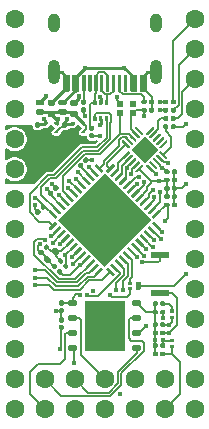
<source format=gbr>
G04 #@! TF.GenerationSoftware,KiCad,Pcbnew,5.1.9-1.fc33*
G04 #@! TF.CreationDate,2021-01-11T22:04:05+01:00*
G04 #@! TF.ProjectId,reDIP-SID,72654449-502d-4534-9944-2e6b69636164,0.1*
G04 #@! TF.SameCoordinates,PX5e28010PY8011a50*
G04 #@! TF.FileFunction,Copper,L1,Top*
G04 #@! TF.FilePolarity,Positive*
%FSLAX46Y46*%
G04 Gerber Fmt 4.6, Leading zero omitted, Abs format (unit mm)*
G04 Created by KiCad (PCBNEW 5.1.9-1.fc33) date 2021-01-11 22:04:05*
%MOMM*%
%LPD*%
G01*
G04 APERTURE LIST*
G04 #@! TA.AperFunction,ComponentPad*
%ADD10O,1.000000X2.100000*%
G04 #@! TD*
G04 #@! TA.AperFunction,ComponentPad*
%ADD11O,1.000000X1.600000*%
G04 #@! TD*
G04 #@! TA.AperFunction,SMDPad,CuDef*
%ADD12R,3.400000X4.300000*%
G04 #@! TD*
G04 #@! TA.AperFunction,SMDPad,CuDef*
%ADD13C,0.100000*%
G04 #@! TD*
G04 #@! TA.AperFunction,SMDPad,CuDef*
%ADD14R,1.500000X0.550000*%
G04 #@! TD*
G04 #@! TA.AperFunction,ComponentPad*
%ADD15C,1.600000*%
G04 #@! TD*
G04 #@! TA.AperFunction,SMDPad,CuDef*
%ADD16R,0.600000X0.500000*%
G04 #@! TD*
G04 #@! TA.AperFunction,ViaPad*
%ADD17C,0.450000*%
G04 #@! TD*
G04 #@! TA.AperFunction,Conductor*
%ADD18C,0.200000*%
G04 #@! TD*
G04 #@! TA.AperFunction,Conductor*
%ADD19C,0.250000*%
G04 #@! TD*
G04 #@! TA.AperFunction,Conductor*
%ADD20C,0.150000*%
G04 #@! TD*
G04 #@! TA.AperFunction,Conductor*
%ADD21C,0.100000*%
G04 #@! TD*
G04 APERTURE END LIST*
G04 #@! TA.AperFunction,SMDPad,CuDef*
G36*
G01*
X14752500Y9455000D02*
X14407500Y9455000D01*
G75*
G02*
X14380000Y9482500I0J27500D01*
G01*
X14380000Y9702500D01*
G75*
G02*
X14407500Y9730000I27500J0D01*
G01*
X14752500Y9730000D01*
G75*
G02*
X14780000Y9702500I0J-27500D01*
G01*
X14780000Y9482500D01*
G75*
G02*
X14752500Y9455000I-27500J0D01*
G01*
G37*
G04 #@! TD.AperFunction*
G04 #@! TA.AperFunction,SMDPad,CuDef*
G36*
G01*
X14752500Y8930000D02*
X14407500Y8930000D01*
G75*
G02*
X14380000Y8957500I0J27500D01*
G01*
X14380000Y9177500D01*
G75*
G02*
X14407500Y9205000I27500J0D01*
G01*
X14752500Y9205000D01*
G75*
G02*
X14780000Y9177500I0J-27500D01*
G01*
X14780000Y8957500D01*
G75*
G02*
X14752500Y8930000I-27500J0D01*
G01*
G37*
G04 #@! TD.AperFunction*
G04 #@! TA.AperFunction,SMDPad,CuDef*
G36*
G01*
X14407500Y6705000D02*
X14752500Y6705000D01*
G75*
G02*
X14780000Y6677500I0J-27500D01*
G01*
X14780000Y6457500D01*
G75*
G02*
X14752500Y6430000I-27500J0D01*
G01*
X14407500Y6430000D01*
G75*
G02*
X14380000Y6457500I0J27500D01*
G01*
X14380000Y6677500D01*
G75*
G02*
X14407500Y6705000I27500J0D01*
G01*
G37*
G04 #@! TD.AperFunction*
G04 #@! TA.AperFunction,SMDPad,CuDef*
G36*
G01*
X14407500Y7230000D02*
X14752500Y7230000D01*
G75*
G02*
X14780000Y7202500I0J-27500D01*
G01*
X14780000Y6982500D01*
G75*
G02*
X14752500Y6955000I-27500J0D01*
G01*
X14407500Y6955000D01*
G75*
G02*
X14380000Y6982500I0J27500D01*
G01*
X14380000Y7202500D01*
G75*
G02*
X14407500Y7230000I27500J0D01*
G01*
G37*
G04 #@! TD.AperFunction*
G04 #@! TA.AperFunction,SMDPad,CuDef*
G36*
G01*
X12940000Y10100000D02*
X12940000Y10300000D01*
G75*
G02*
X13040000Y10400000I100000J0D01*
G01*
X13300000Y10400000D01*
G75*
G02*
X13400000Y10300000I0J-100000D01*
G01*
X13400000Y10100000D01*
G75*
G02*
X13300000Y10000000I-100000J0D01*
G01*
X13040000Y10000000D01*
G75*
G02*
X12940000Y10100000I0J100000D01*
G01*
G37*
G04 #@! TD.AperFunction*
G04 #@! TA.AperFunction,SMDPad,CuDef*
G36*
G01*
X13580000Y10100000D02*
X13580000Y10300000D01*
G75*
G02*
X13680000Y10400000I100000J0D01*
G01*
X13940000Y10400000D01*
G75*
G02*
X14040000Y10300000I0J-100000D01*
G01*
X14040000Y10100000D01*
G75*
G02*
X13940000Y10000000I-100000J0D01*
G01*
X13680000Y10000000D01*
G75*
G02*
X13580000Y10100000I0J100000D01*
G01*
G37*
G04 #@! TD.AperFunction*
G04 #@! TA.AperFunction,SMDPad,CuDef*
G36*
G01*
X5940000Y29525000D02*
X5940000Y28225000D01*
G75*
G02*
X5865000Y28150000I-75000J0D01*
G01*
X5415000Y28150000D01*
G75*
G02*
X5340000Y28225000I0J75000D01*
G01*
X5340000Y29525000D01*
G75*
G02*
X5415000Y29600000I75000J0D01*
G01*
X5865000Y29600000D01*
G75*
G02*
X5940000Y29525000I0J-75000D01*
G01*
G37*
G04 #@! TD.AperFunction*
G04 #@! TA.AperFunction,SMDPad,CuDef*
G36*
G01*
X6740000Y29525000D02*
X6740000Y28225000D01*
G75*
G02*
X6665000Y28150000I-75000J0D01*
G01*
X6215000Y28150000D01*
G75*
G02*
X6140000Y28225000I0J75000D01*
G01*
X6140000Y29525000D01*
G75*
G02*
X6215000Y29600000I75000J0D01*
G01*
X6665000Y29600000D01*
G75*
G02*
X6740000Y29525000I0J-75000D01*
G01*
G37*
G04 #@! TD.AperFunction*
G04 #@! TA.AperFunction,SMDPad,CuDef*
G36*
G01*
X11640000Y29525000D02*
X11640000Y28225000D01*
G75*
G02*
X11565000Y28150000I-75000J0D01*
G01*
X11115000Y28150000D01*
G75*
G02*
X11040000Y28225000I0J75000D01*
G01*
X11040000Y29525000D01*
G75*
G02*
X11115000Y29600000I75000J0D01*
G01*
X11565000Y29600000D01*
G75*
G02*
X11640000Y29525000I0J-75000D01*
G01*
G37*
G04 #@! TD.AperFunction*
G04 #@! TA.AperFunction,SMDPad,CuDef*
G36*
G01*
X12440000Y29525000D02*
X12440000Y28225000D01*
G75*
G02*
X12365000Y28150000I-75000J0D01*
G01*
X11915000Y28150000D01*
G75*
G02*
X11840000Y28225000I0J75000D01*
G01*
X11840000Y29525000D01*
G75*
G02*
X11915000Y29600000I75000J0D01*
G01*
X12365000Y29600000D01*
G75*
G02*
X12440000Y29525000I0J-75000D01*
G01*
G37*
G04 #@! TD.AperFunction*
G04 #@! TA.AperFunction,SMDPad,CuDef*
G36*
G01*
X12440000Y29525000D02*
X12440000Y28225000D01*
G75*
G02*
X12365000Y28150000I-75000J0D01*
G01*
X11915000Y28150000D01*
G75*
G02*
X11840000Y28225000I0J75000D01*
G01*
X11840000Y29525000D01*
G75*
G02*
X11915000Y29600000I75000J0D01*
G01*
X12365000Y29600000D01*
G75*
G02*
X12440000Y29525000I0J-75000D01*
G01*
G37*
G04 #@! TD.AperFunction*
G04 #@! TA.AperFunction,SMDPad,CuDef*
G36*
G01*
X11640000Y29525000D02*
X11640000Y28225000D01*
G75*
G02*
X11565000Y28150000I-75000J0D01*
G01*
X11115000Y28150000D01*
G75*
G02*
X11040000Y28225000I0J75000D01*
G01*
X11040000Y29525000D01*
G75*
G02*
X11115000Y29600000I75000J0D01*
G01*
X11565000Y29600000D01*
G75*
G02*
X11640000Y29525000I0J-75000D01*
G01*
G37*
G04 #@! TD.AperFunction*
G04 #@! TA.AperFunction,SMDPad,CuDef*
G36*
G01*
X6740000Y29525000D02*
X6740000Y28225000D01*
G75*
G02*
X6665000Y28150000I-75000J0D01*
G01*
X6215000Y28150000D01*
G75*
G02*
X6140000Y28225000I0J75000D01*
G01*
X6140000Y29525000D01*
G75*
G02*
X6215000Y29600000I75000J0D01*
G01*
X6665000Y29600000D01*
G75*
G02*
X6740000Y29525000I0J-75000D01*
G01*
G37*
G04 #@! TD.AperFunction*
G04 #@! TA.AperFunction,SMDPad,CuDef*
G36*
G01*
X5940000Y29525000D02*
X5940000Y28225000D01*
G75*
G02*
X5865000Y28150000I-75000J0D01*
G01*
X5415000Y28150000D01*
G75*
G02*
X5340000Y28225000I0J75000D01*
G01*
X5340000Y29525000D01*
G75*
G02*
X5415000Y29600000I75000J0D01*
G01*
X5865000Y29600000D01*
G75*
G02*
X5940000Y29525000I0J-75000D01*
G01*
G37*
G04 #@! TD.AperFunction*
G04 #@! TA.AperFunction,SMDPad,CuDef*
G36*
G01*
X10790000Y29525000D02*
X10790000Y28225000D01*
G75*
G02*
X10715000Y28150000I-75000J0D01*
G01*
X10565000Y28150000D01*
G75*
G02*
X10490000Y28225000I0J75000D01*
G01*
X10490000Y29525000D01*
G75*
G02*
X10565000Y29600000I75000J0D01*
G01*
X10715000Y29600000D01*
G75*
G02*
X10790000Y29525000I0J-75000D01*
G01*
G37*
G04 #@! TD.AperFunction*
G04 #@! TA.AperFunction,SMDPad,CuDef*
G36*
G01*
X10290000Y29525000D02*
X10290000Y28225000D01*
G75*
G02*
X10215000Y28150000I-75000J0D01*
G01*
X10065000Y28150000D01*
G75*
G02*
X9990000Y28225000I0J75000D01*
G01*
X9990000Y29525000D01*
G75*
G02*
X10065000Y29600000I75000J0D01*
G01*
X10215000Y29600000D01*
G75*
G02*
X10290000Y29525000I0J-75000D01*
G01*
G37*
G04 #@! TD.AperFunction*
G04 #@! TA.AperFunction,SMDPad,CuDef*
G36*
G01*
X9790000Y29525000D02*
X9790000Y28225000D01*
G75*
G02*
X9715000Y28150000I-75000J0D01*
G01*
X9565000Y28150000D01*
G75*
G02*
X9490000Y28225000I0J75000D01*
G01*
X9490000Y29525000D01*
G75*
G02*
X9565000Y29600000I75000J0D01*
G01*
X9715000Y29600000D01*
G75*
G02*
X9790000Y29525000I0J-75000D01*
G01*
G37*
G04 #@! TD.AperFunction*
G04 #@! TA.AperFunction,SMDPad,CuDef*
G36*
G01*
X8790000Y29525000D02*
X8790000Y28225000D01*
G75*
G02*
X8715000Y28150000I-75000J0D01*
G01*
X8565000Y28150000D01*
G75*
G02*
X8490000Y28225000I0J75000D01*
G01*
X8490000Y29525000D01*
G75*
G02*
X8565000Y29600000I75000J0D01*
G01*
X8715000Y29600000D01*
G75*
G02*
X8790000Y29525000I0J-75000D01*
G01*
G37*
G04 #@! TD.AperFunction*
G04 #@! TA.AperFunction,SMDPad,CuDef*
G36*
G01*
X8290000Y29525000D02*
X8290000Y28225000D01*
G75*
G02*
X8215000Y28150000I-75000J0D01*
G01*
X8065000Y28150000D01*
G75*
G02*
X7990000Y28225000I0J75000D01*
G01*
X7990000Y29525000D01*
G75*
G02*
X8065000Y29600000I75000J0D01*
G01*
X8215000Y29600000D01*
G75*
G02*
X8290000Y29525000I0J-75000D01*
G01*
G37*
G04 #@! TD.AperFunction*
G04 #@! TA.AperFunction,SMDPad,CuDef*
G36*
G01*
X7790000Y29525000D02*
X7790000Y28225000D01*
G75*
G02*
X7715000Y28150000I-75000J0D01*
G01*
X7565000Y28150000D01*
G75*
G02*
X7490000Y28225000I0J75000D01*
G01*
X7490000Y29525000D01*
G75*
G02*
X7565000Y29600000I75000J0D01*
G01*
X7715000Y29600000D01*
G75*
G02*
X7790000Y29525000I0J-75000D01*
G01*
G37*
G04 #@! TD.AperFunction*
G04 #@! TA.AperFunction,SMDPad,CuDef*
G36*
G01*
X7290000Y29525000D02*
X7290000Y28225000D01*
G75*
G02*
X7215000Y28150000I-75000J0D01*
G01*
X7065000Y28150000D01*
G75*
G02*
X6990000Y28225000I0J75000D01*
G01*
X6990000Y29525000D01*
G75*
G02*
X7065000Y29600000I75000J0D01*
G01*
X7215000Y29600000D01*
G75*
G02*
X7290000Y29525000I0J-75000D01*
G01*
G37*
G04 #@! TD.AperFunction*
G04 #@! TA.AperFunction,SMDPad,CuDef*
G36*
G01*
X9290000Y29525000D02*
X9290000Y28225000D01*
G75*
G02*
X9215000Y28150000I-75000J0D01*
G01*
X9065000Y28150000D01*
G75*
G02*
X8990000Y28225000I0J75000D01*
G01*
X8990000Y29525000D01*
G75*
G02*
X9065000Y29600000I75000J0D01*
G01*
X9215000Y29600000D01*
G75*
G02*
X9290000Y29525000I0J-75000D01*
G01*
G37*
G04 #@! TD.AperFunction*
D10*
X4570000Y29790000D03*
X13210000Y29790000D03*
D11*
X13210000Y33970000D03*
X4570000Y33970000D03*
G04 #@! TA.AperFunction,SMDPad,CuDef*
G36*
G01*
X7224350Y22132928D02*
X7082928Y22274350D01*
G75*
G02*
X7082928Y22415772I70711J70711D01*
G01*
X7266776Y22599620D01*
G75*
G02*
X7408198Y22599620I70711J-70711D01*
G01*
X7549620Y22458198D01*
G75*
G02*
X7549620Y22316776I-70711J-70711D01*
G01*
X7365772Y22132928D01*
G75*
G02*
X7224350Y22132928I-70711J70711D01*
G01*
G37*
G04 #@! TD.AperFunction*
G04 #@! TA.AperFunction,SMDPad,CuDef*
G36*
G01*
X6771802Y21680380D02*
X6630380Y21821802D01*
G75*
G02*
X6630380Y21963224I70711J70711D01*
G01*
X6814228Y22147072D01*
G75*
G02*
X6955650Y22147072I70711J-70711D01*
G01*
X7097072Y22005650D01*
G75*
G02*
X7097072Y21864228I-70711J-70711D01*
G01*
X6913224Y21680380D01*
G75*
G02*
X6771802Y21680380I-70711J70711D01*
G01*
G37*
G04 #@! TD.AperFunction*
D12*
X8890000Y8360000D03*
G04 #@! TA.AperFunction,SMDPad,CuDef*
G36*
G01*
X11215000Y10140000D02*
X11215000Y10390000D01*
G75*
G02*
X11340000Y10515000I125000J0D01*
G01*
X11840000Y10515000D01*
G75*
G02*
X11965000Y10390000I0J-125000D01*
G01*
X11965000Y10140000D01*
G75*
G02*
X11840000Y10015000I-125000J0D01*
G01*
X11340000Y10015000D01*
G75*
G02*
X11215000Y10140000I0J125000D01*
G01*
G37*
G04 #@! TD.AperFunction*
G04 #@! TA.AperFunction,SMDPad,CuDef*
G36*
G01*
X11215000Y8870000D02*
X11215000Y9120000D01*
G75*
G02*
X11340000Y9245000I125000J0D01*
G01*
X11840000Y9245000D01*
G75*
G02*
X11965000Y9120000I0J-125000D01*
G01*
X11965000Y8870000D01*
G75*
G02*
X11840000Y8745000I-125000J0D01*
G01*
X11340000Y8745000D01*
G75*
G02*
X11215000Y8870000I0J125000D01*
G01*
G37*
G04 #@! TD.AperFunction*
G04 #@! TA.AperFunction,SMDPad,CuDef*
G36*
G01*
X11215000Y7600000D02*
X11215000Y7850000D01*
G75*
G02*
X11340000Y7975000I125000J0D01*
G01*
X11840000Y7975000D01*
G75*
G02*
X11965000Y7850000I0J-125000D01*
G01*
X11965000Y7600000D01*
G75*
G02*
X11840000Y7475000I-125000J0D01*
G01*
X11340000Y7475000D01*
G75*
G02*
X11215000Y7600000I0J125000D01*
G01*
G37*
G04 #@! TD.AperFunction*
G04 #@! TA.AperFunction,SMDPad,CuDef*
G36*
G01*
X11215000Y6330000D02*
X11215000Y6580000D01*
G75*
G02*
X11340000Y6705000I125000J0D01*
G01*
X11840000Y6705000D01*
G75*
G02*
X11965000Y6580000I0J-125000D01*
G01*
X11965000Y6330000D01*
G75*
G02*
X11840000Y6205000I-125000J0D01*
G01*
X11340000Y6205000D01*
G75*
G02*
X11215000Y6330000I0J125000D01*
G01*
G37*
G04 #@! TD.AperFunction*
G04 #@! TA.AperFunction,SMDPad,CuDef*
G36*
G01*
X5815000Y6330000D02*
X5815000Y6580000D01*
G75*
G02*
X5940000Y6705000I125000J0D01*
G01*
X6440000Y6705000D01*
G75*
G02*
X6565000Y6580000I0J-125000D01*
G01*
X6565000Y6330000D01*
G75*
G02*
X6440000Y6205000I-125000J0D01*
G01*
X5940000Y6205000D01*
G75*
G02*
X5815000Y6330000I0J125000D01*
G01*
G37*
G04 #@! TD.AperFunction*
G04 #@! TA.AperFunction,SMDPad,CuDef*
G36*
G01*
X5815000Y7600000D02*
X5815000Y7850000D01*
G75*
G02*
X5940000Y7975000I125000J0D01*
G01*
X6440000Y7975000D01*
G75*
G02*
X6565000Y7850000I0J-125000D01*
G01*
X6565000Y7600000D01*
G75*
G02*
X6440000Y7475000I-125000J0D01*
G01*
X5940000Y7475000D01*
G75*
G02*
X5815000Y7600000I0J125000D01*
G01*
G37*
G04 #@! TD.AperFunction*
G04 #@! TA.AperFunction,SMDPad,CuDef*
G36*
G01*
X5815000Y8870000D02*
X5815000Y9120000D01*
G75*
G02*
X5940000Y9245000I125000J0D01*
G01*
X6440000Y9245000D01*
G75*
G02*
X6565000Y9120000I0J-125000D01*
G01*
X6565000Y8870000D01*
G75*
G02*
X6440000Y8745000I-125000J0D01*
G01*
X5940000Y8745000D01*
G75*
G02*
X5815000Y8870000I0J125000D01*
G01*
G37*
G04 #@! TD.AperFunction*
G04 #@! TA.AperFunction,SMDPad,CuDef*
G36*
G01*
X5815000Y10140000D02*
X5815000Y10390000D01*
G75*
G02*
X5940000Y10515000I125000J0D01*
G01*
X6440000Y10515000D01*
G75*
G02*
X6565000Y10390000I0J-125000D01*
G01*
X6565000Y10140000D01*
G75*
G02*
X6440000Y10015000I-125000J0D01*
G01*
X5940000Y10015000D01*
G75*
G02*
X5815000Y10140000I0J125000D01*
G01*
G37*
G04 #@! TD.AperFunction*
G04 #@! TA.AperFunction,SMDPad,CuDef*
G36*
G01*
X12940000Y5860000D02*
X12940000Y6060000D01*
G75*
G02*
X13040000Y6160000I100000J0D01*
G01*
X13300000Y6160000D01*
G75*
G02*
X13400000Y6060000I0J-100000D01*
G01*
X13400000Y5860000D01*
G75*
G02*
X13300000Y5760000I-100000J0D01*
G01*
X13040000Y5760000D01*
G75*
G02*
X12940000Y5860000I0J100000D01*
G01*
G37*
G04 #@! TD.AperFunction*
G04 #@! TA.AperFunction,SMDPad,CuDef*
G36*
G01*
X13580000Y5860000D02*
X13580000Y6060000D01*
G75*
G02*
X13680000Y6160000I100000J0D01*
G01*
X13940000Y6160000D01*
G75*
G02*
X14040000Y6060000I0J-100000D01*
G01*
X14040000Y5860000D01*
G75*
G02*
X13940000Y5760000I-100000J0D01*
G01*
X13680000Y5760000D01*
G75*
G02*
X13580000Y5860000I0J100000D01*
G01*
G37*
G04 #@! TD.AperFunction*
G04 #@! TA.AperFunction,SMDPad,CuDef*
D13*
G36*
X7050000Y25320000D02*
G01*
X6900000Y25470000D01*
X6900000Y25570000D01*
X7250000Y25570000D01*
X7250000Y25320000D01*
X7050000Y25320000D01*
G37*
G04 #@! TD.AperFunction*
G04 #@! TA.AperFunction,SMDPad,CuDef*
G36*
X7050000Y24920000D02*
G01*
X7250000Y24920000D01*
X7250000Y24670000D01*
X6900000Y24670000D01*
X6900000Y24770000D01*
X7050000Y24920000D01*
G37*
G04 #@! TD.AperFunction*
G04 #@! TA.AperFunction,SMDPad,CuDef*
G36*
X6250000Y25320000D02*
G01*
X6050000Y25320000D01*
X6050000Y25570000D01*
X6400000Y25570000D01*
X6400000Y25470000D01*
X6250000Y25320000D01*
G37*
G04 #@! TD.AperFunction*
G04 #@! TA.AperFunction,SMDPad,CuDef*
G36*
X6250000Y24920000D02*
G01*
X6400000Y24770000D01*
X6400000Y24670000D01*
X6050000Y24670000D01*
X6050000Y24920000D01*
X6250000Y24920000D01*
G37*
G04 #@! TD.AperFunction*
G04 #@! TA.AperFunction,SMDPad,CuDef*
G36*
X6650000Y24780589D02*
G01*
X6310589Y25120000D01*
X6650000Y25459411D01*
X6989411Y25120000D01*
X6650000Y24780589D01*
G37*
G04 #@! TD.AperFunction*
G04 #@! TA.AperFunction,SMDPad,CuDef*
G36*
X4750000Y25320000D02*
G01*
X4600000Y25470000D01*
X4600000Y25570000D01*
X4950000Y25570000D01*
X4950000Y25320000D01*
X4750000Y25320000D01*
G37*
G04 #@! TD.AperFunction*
G04 #@! TA.AperFunction,SMDPad,CuDef*
G36*
X4750000Y24920000D02*
G01*
X4950000Y24920000D01*
X4950000Y24670000D01*
X4600000Y24670000D01*
X4600000Y24770000D01*
X4750000Y24920000D01*
G37*
G04 #@! TD.AperFunction*
G04 #@! TA.AperFunction,SMDPad,CuDef*
G36*
X3950000Y25320000D02*
G01*
X3750000Y25320000D01*
X3750000Y25570000D01*
X4100000Y25570000D01*
X4100000Y25470000D01*
X3950000Y25320000D01*
G37*
G04 #@! TD.AperFunction*
G04 #@! TA.AperFunction,SMDPad,CuDef*
G36*
X3950000Y24920000D02*
G01*
X4100000Y24770000D01*
X4100000Y24670000D01*
X3750000Y24670000D01*
X3750000Y24920000D01*
X3950000Y24920000D01*
G37*
G04 #@! TD.AperFunction*
G04 #@! TA.AperFunction,SMDPad,CuDef*
G36*
X4350000Y24780589D02*
G01*
X4010589Y25120000D01*
X4350000Y25459411D01*
X4689411Y25120000D01*
X4350000Y24780589D01*
G37*
G04 #@! TD.AperFunction*
G04 #@! TA.AperFunction,SMDPad,CuDef*
G36*
X8890000Y21239798D02*
G01*
X12849798Y17280000D01*
X8890000Y13320202D01*
X4930202Y17280000D01*
X8890000Y21239798D01*
G37*
G04 #@! TD.AperFunction*
G04 #@! TA.AperFunction,SMDPad,CuDef*
G36*
G01*
X13088446Y17147417D02*
X13618776Y16617087D01*
G75*
G02*
X13618776Y16528699I-44194J-44194D01*
G01*
X13530388Y16440311D01*
G75*
G02*
X13442000Y16440311I-44194J44194D01*
G01*
X12911670Y16970641D01*
G75*
G02*
X12911670Y17059029I44194J44194D01*
G01*
X13000058Y17147417D01*
G75*
G02*
X13088446Y17147417I44194J-44194D01*
G01*
G37*
G04 #@! TD.AperFunction*
G04 #@! TA.AperFunction,SMDPad,CuDef*
G36*
G01*
X12734893Y16793864D02*
X13265223Y16263534D01*
G75*
G02*
X13265223Y16175146I-44194J-44194D01*
G01*
X13176835Y16086758D01*
G75*
G02*
X13088447Y16086758I-44194J44194D01*
G01*
X12558117Y16617088D01*
G75*
G02*
X12558117Y16705476I44194J44194D01*
G01*
X12646505Y16793864D01*
G75*
G02*
X12734893Y16793864I44194J-44194D01*
G01*
G37*
G04 #@! TD.AperFunction*
G04 #@! TA.AperFunction,SMDPad,CuDef*
G36*
G01*
X12381339Y16440310D02*
X12911669Y15909980D01*
G75*
G02*
X12911669Y15821592I-44194J-44194D01*
G01*
X12823281Y15733204D01*
G75*
G02*
X12734893Y15733204I-44194J44194D01*
G01*
X12204563Y16263534D01*
G75*
G02*
X12204563Y16351922I44194J44194D01*
G01*
X12292951Y16440310D01*
G75*
G02*
X12381339Y16440310I44194J-44194D01*
G01*
G37*
G04 #@! TD.AperFunction*
G04 #@! TA.AperFunction,SMDPad,CuDef*
G36*
G01*
X12027786Y16086757D02*
X12558116Y15556427D01*
G75*
G02*
X12558116Y15468039I-44194J-44194D01*
G01*
X12469728Y15379651D01*
G75*
G02*
X12381340Y15379651I-44194J44194D01*
G01*
X11851010Y15909981D01*
G75*
G02*
X11851010Y15998369I44194J44194D01*
G01*
X11939398Y16086757D01*
G75*
G02*
X12027786Y16086757I44194J-44194D01*
G01*
G37*
G04 #@! TD.AperFunction*
G04 #@! TA.AperFunction,SMDPad,CuDef*
G36*
G01*
X11674233Y15733204D02*
X12204563Y15202874D01*
G75*
G02*
X12204563Y15114486I-44194J-44194D01*
G01*
X12116175Y15026098D01*
G75*
G02*
X12027787Y15026098I-44194J44194D01*
G01*
X11497457Y15556428D01*
G75*
G02*
X11497457Y15644816I44194J44194D01*
G01*
X11585845Y15733204D01*
G75*
G02*
X11674233Y15733204I44194J-44194D01*
G01*
G37*
G04 #@! TD.AperFunction*
G04 #@! TA.AperFunction,SMDPad,CuDef*
G36*
G01*
X11320679Y15379650D02*
X11851009Y14849320D01*
G75*
G02*
X11851009Y14760932I-44194J-44194D01*
G01*
X11762621Y14672544D01*
G75*
G02*
X11674233Y14672544I-44194J44194D01*
G01*
X11143903Y15202874D01*
G75*
G02*
X11143903Y15291262I44194J44194D01*
G01*
X11232291Y15379650D01*
G75*
G02*
X11320679Y15379650I44194J-44194D01*
G01*
G37*
G04 #@! TD.AperFunction*
G04 #@! TA.AperFunction,SMDPad,CuDef*
G36*
G01*
X10967126Y15026097D02*
X11497456Y14495767D01*
G75*
G02*
X11497456Y14407379I-44194J-44194D01*
G01*
X11409068Y14318991D01*
G75*
G02*
X11320680Y14318991I-44194J44194D01*
G01*
X10790350Y14849321D01*
G75*
G02*
X10790350Y14937709I44194J44194D01*
G01*
X10878738Y15026097D01*
G75*
G02*
X10967126Y15026097I44194J-44194D01*
G01*
G37*
G04 #@! TD.AperFunction*
G04 #@! TA.AperFunction,SMDPad,CuDef*
G36*
G01*
X10613572Y14672543D02*
X11143902Y14142213D01*
G75*
G02*
X11143902Y14053825I-44194J-44194D01*
G01*
X11055514Y13965437D01*
G75*
G02*
X10967126Y13965437I-44194J44194D01*
G01*
X10436796Y14495767D01*
G75*
G02*
X10436796Y14584155I44194J44194D01*
G01*
X10525184Y14672543D01*
G75*
G02*
X10613572Y14672543I44194J-44194D01*
G01*
G37*
G04 #@! TD.AperFunction*
G04 #@! TA.AperFunction,SMDPad,CuDef*
G36*
G01*
X10260019Y14318990D02*
X10790349Y13788660D01*
G75*
G02*
X10790349Y13700272I-44194J-44194D01*
G01*
X10701961Y13611884D01*
G75*
G02*
X10613573Y13611884I-44194J44194D01*
G01*
X10083243Y14142214D01*
G75*
G02*
X10083243Y14230602I44194J44194D01*
G01*
X10171631Y14318990D01*
G75*
G02*
X10260019Y14318990I44194J-44194D01*
G01*
G37*
G04 #@! TD.AperFunction*
G04 #@! TA.AperFunction,SMDPad,CuDef*
G36*
G01*
X9906466Y13965437D02*
X10436796Y13435107D01*
G75*
G02*
X10436796Y13346719I-44194J-44194D01*
G01*
X10348408Y13258331D01*
G75*
G02*
X10260020Y13258331I-44194J44194D01*
G01*
X9729690Y13788661D01*
G75*
G02*
X9729690Y13877049I44194J44194D01*
G01*
X9818078Y13965437D01*
G75*
G02*
X9906466Y13965437I44194J-44194D01*
G01*
G37*
G04 #@! TD.AperFunction*
G04 #@! TA.AperFunction,SMDPad,CuDef*
G36*
G01*
X9552912Y13611883D02*
X10083242Y13081553D01*
G75*
G02*
X10083242Y12993165I-44194J-44194D01*
G01*
X9994854Y12904777D01*
G75*
G02*
X9906466Y12904777I-44194J44194D01*
G01*
X9376136Y13435107D01*
G75*
G02*
X9376136Y13523495I44194J44194D01*
G01*
X9464524Y13611883D01*
G75*
G02*
X9552912Y13611883I44194J-44194D01*
G01*
G37*
G04 #@! TD.AperFunction*
G04 #@! TA.AperFunction,SMDPad,CuDef*
G36*
G01*
X9199359Y13258330D02*
X9729689Y12728000D01*
G75*
G02*
X9729689Y12639612I-44194J-44194D01*
G01*
X9641301Y12551224D01*
G75*
G02*
X9552913Y12551224I-44194J44194D01*
G01*
X9022583Y13081554D01*
G75*
G02*
X9022583Y13169942I44194J44194D01*
G01*
X9110971Y13258330D01*
G75*
G02*
X9199359Y13258330I44194J-44194D01*
G01*
G37*
G04 #@! TD.AperFunction*
G04 #@! TA.AperFunction,SMDPad,CuDef*
G36*
G01*
X8669029Y13258330D02*
X8757417Y13169942D01*
G75*
G02*
X8757417Y13081554I-44194J-44194D01*
G01*
X8227087Y12551224D01*
G75*
G02*
X8138699Y12551224I-44194J44194D01*
G01*
X8050311Y12639612D01*
G75*
G02*
X8050311Y12728000I44194J44194D01*
G01*
X8580641Y13258330D01*
G75*
G02*
X8669029Y13258330I44194J-44194D01*
G01*
G37*
G04 #@! TD.AperFunction*
G04 #@! TA.AperFunction,SMDPad,CuDef*
G36*
G01*
X8315476Y13611883D02*
X8403864Y13523495D01*
G75*
G02*
X8403864Y13435107I-44194J-44194D01*
G01*
X7873534Y12904777D01*
G75*
G02*
X7785146Y12904777I-44194J44194D01*
G01*
X7696758Y12993165D01*
G75*
G02*
X7696758Y13081553I44194J44194D01*
G01*
X8227088Y13611883D01*
G75*
G02*
X8315476Y13611883I44194J-44194D01*
G01*
G37*
G04 #@! TD.AperFunction*
G04 #@! TA.AperFunction,SMDPad,CuDef*
G36*
G01*
X7961922Y13965437D02*
X8050310Y13877049D01*
G75*
G02*
X8050310Y13788661I-44194J-44194D01*
G01*
X7519980Y13258331D01*
G75*
G02*
X7431592Y13258331I-44194J44194D01*
G01*
X7343204Y13346719D01*
G75*
G02*
X7343204Y13435107I44194J44194D01*
G01*
X7873534Y13965437D01*
G75*
G02*
X7961922Y13965437I44194J-44194D01*
G01*
G37*
G04 #@! TD.AperFunction*
G04 #@! TA.AperFunction,SMDPad,CuDef*
G36*
G01*
X7608369Y14318990D02*
X7696757Y14230602D01*
G75*
G02*
X7696757Y14142214I-44194J-44194D01*
G01*
X7166427Y13611884D01*
G75*
G02*
X7078039Y13611884I-44194J44194D01*
G01*
X6989651Y13700272D01*
G75*
G02*
X6989651Y13788660I44194J44194D01*
G01*
X7519981Y14318990D01*
G75*
G02*
X7608369Y14318990I44194J-44194D01*
G01*
G37*
G04 #@! TD.AperFunction*
G04 #@! TA.AperFunction,SMDPad,CuDef*
G36*
G01*
X7254816Y14672543D02*
X7343204Y14584155D01*
G75*
G02*
X7343204Y14495767I-44194J-44194D01*
G01*
X6812874Y13965437D01*
G75*
G02*
X6724486Y13965437I-44194J44194D01*
G01*
X6636098Y14053825D01*
G75*
G02*
X6636098Y14142213I44194J44194D01*
G01*
X7166428Y14672543D01*
G75*
G02*
X7254816Y14672543I44194J-44194D01*
G01*
G37*
G04 #@! TD.AperFunction*
G04 #@! TA.AperFunction,SMDPad,CuDef*
G36*
G01*
X6901262Y15026097D02*
X6989650Y14937709D01*
G75*
G02*
X6989650Y14849321I-44194J-44194D01*
G01*
X6459320Y14318991D01*
G75*
G02*
X6370932Y14318991I-44194J44194D01*
G01*
X6282544Y14407379D01*
G75*
G02*
X6282544Y14495767I44194J44194D01*
G01*
X6812874Y15026097D01*
G75*
G02*
X6901262Y15026097I44194J-44194D01*
G01*
G37*
G04 #@! TD.AperFunction*
G04 #@! TA.AperFunction,SMDPad,CuDef*
G36*
G01*
X6547709Y15379650D02*
X6636097Y15291262D01*
G75*
G02*
X6636097Y15202874I-44194J-44194D01*
G01*
X6105767Y14672544D01*
G75*
G02*
X6017379Y14672544I-44194J44194D01*
G01*
X5928991Y14760932D01*
G75*
G02*
X5928991Y14849320I44194J44194D01*
G01*
X6459321Y15379650D01*
G75*
G02*
X6547709Y15379650I44194J-44194D01*
G01*
G37*
G04 #@! TD.AperFunction*
G04 #@! TA.AperFunction,SMDPad,CuDef*
G36*
G01*
X6194155Y15733204D02*
X6282543Y15644816D01*
G75*
G02*
X6282543Y15556428I-44194J-44194D01*
G01*
X5752213Y15026098D01*
G75*
G02*
X5663825Y15026098I-44194J44194D01*
G01*
X5575437Y15114486D01*
G75*
G02*
X5575437Y15202874I44194J44194D01*
G01*
X6105767Y15733204D01*
G75*
G02*
X6194155Y15733204I44194J-44194D01*
G01*
G37*
G04 #@! TD.AperFunction*
G04 #@! TA.AperFunction,SMDPad,CuDef*
G36*
G01*
X5840602Y16086757D02*
X5928990Y15998369D01*
G75*
G02*
X5928990Y15909981I-44194J-44194D01*
G01*
X5398660Y15379651D01*
G75*
G02*
X5310272Y15379651I-44194J44194D01*
G01*
X5221884Y15468039D01*
G75*
G02*
X5221884Y15556427I44194J44194D01*
G01*
X5752214Y16086757D01*
G75*
G02*
X5840602Y16086757I44194J-44194D01*
G01*
G37*
G04 #@! TD.AperFunction*
G04 #@! TA.AperFunction,SMDPad,CuDef*
G36*
G01*
X5487049Y16440310D02*
X5575437Y16351922D01*
G75*
G02*
X5575437Y16263534I-44194J-44194D01*
G01*
X5045107Y15733204D01*
G75*
G02*
X4956719Y15733204I-44194J44194D01*
G01*
X4868331Y15821592D01*
G75*
G02*
X4868331Y15909980I44194J44194D01*
G01*
X5398661Y16440310D01*
G75*
G02*
X5487049Y16440310I44194J-44194D01*
G01*
G37*
G04 #@! TD.AperFunction*
G04 #@! TA.AperFunction,SMDPad,CuDef*
G36*
G01*
X5133495Y16793864D02*
X5221883Y16705476D01*
G75*
G02*
X5221883Y16617088I-44194J-44194D01*
G01*
X4691553Y16086758D01*
G75*
G02*
X4603165Y16086758I-44194J44194D01*
G01*
X4514777Y16175146D01*
G75*
G02*
X4514777Y16263534I44194J44194D01*
G01*
X5045107Y16793864D01*
G75*
G02*
X5133495Y16793864I44194J-44194D01*
G01*
G37*
G04 #@! TD.AperFunction*
G04 #@! TA.AperFunction,SMDPad,CuDef*
G36*
G01*
X4779942Y17147417D02*
X4868330Y17059029D01*
G75*
G02*
X4868330Y16970641I-44194J-44194D01*
G01*
X4338000Y16440311D01*
G75*
G02*
X4249612Y16440311I-44194J44194D01*
G01*
X4161224Y16528699D01*
G75*
G02*
X4161224Y16617087I44194J44194D01*
G01*
X4691554Y17147417D01*
G75*
G02*
X4779942Y17147417I44194J-44194D01*
G01*
G37*
G04 #@! TD.AperFunction*
G04 #@! TA.AperFunction,SMDPad,CuDef*
G36*
G01*
X4338000Y18119689D02*
X4868330Y17589359D01*
G75*
G02*
X4868330Y17500971I-44194J-44194D01*
G01*
X4779942Y17412583D01*
G75*
G02*
X4691554Y17412583I-44194J44194D01*
G01*
X4161224Y17942913D01*
G75*
G02*
X4161224Y18031301I44194J44194D01*
G01*
X4249612Y18119689D01*
G75*
G02*
X4338000Y18119689I44194J-44194D01*
G01*
G37*
G04 #@! TD.AperFunction*
G04 #@! TA.AperFunction,SMDPad,CuDef*
G36*
G01*
X4691553Y18473242D02*
X5221883Y17942912D01*
G75*
G02*
X5221883Y17854524I-44194J-44194D01*
G01*
X5133495Y17766136D01*
G75*
G02*
X5045107Y17766136I-44194J44194D01*
G01*
X4514777Y18296466D01*
G75*
G02*
X4514777Y18384854I44194J44194D01*
G01*
X4603165Y18473242D01*
G75*
G02*
X4691553Y18473242I44194J-44194D01*
G01*
G37*
G04 #@! TD.AperFunction*
G04 #@! TA.AperFunction,SMDPad,CuDef*
G36*
G01*
X5045107Y18826796D02*
X5575437Y18296466D01*
G75*
G02*
X5575437Y18208078I-44194J-44194D01*
G01*
X5487049Y18119690D01*
G75*
G02*
X5398661Y18119690I-44194J44194D01*
G01*
X4868331Y18650020D01*
G75*
G02*
X4868331Y18738408I44194J44194D01*
G01*
X4956719Y18826796D01*
G75*
G02*
X5045107Y18826796I44194J-44194D01*
G01*
G37*
G04 #@! TD.AperFunction*
G04 #@! TA.AperFunction,SMDPad,CuDef*
G36*
G01*
X5398660Y19180349D02*
X5928990Y18650019D01*
G75*
G02*
X5928990Y18561631I-44194J-44194D01*
G01*
X5840602Y18473243D01*
G75*
G02*
X5752214Y18473243I-44194J44194D01*
G01*
X5221884Y19003573D01*
G75*
G02*
X5221884Y19091961I44194J44194D01*
G01*
X5310272Y19180349D01*
G75*
G02*
X5398660Y19180349I44194J-44194D01*
G01*
G37*
G04 #@! TD.AperFunction*
G04 #@! TA.AperFunction,SMDPad,CuDef*
G36*
G01*
X5752213Y19533902D02*
X6282543Y19003572D01*
G75*
G02*
X6282543Y18915184I-44194J-44194D01*
G01*
X6194155Y18826796D01*
G75*
G02*
X6105767Y18826796I-44194J44194D01*
G01*
X5575437Y19357126D01*
G75*
G02*
X5575437Y19445514I44194J44194D01*
G01*
X5663825Y19533902D01*
G75*
G02*
X5752213Y19533902I44194J-44194D01*
G01*
G37*
G04 #@! TD.AperFunction*
G04 #@! TA.AperFunction,SMDPad,CuDef*
G36*
G01*
X6105767Y19887456D02*
X6636097Y19357126D01*
G75*
G02*
X6636097Y19268738I-44194J-44194D01*
G01*
X6547709Y19180350D01*
G75*
G02*
X6459321Y19180350I-44194J44194D01*
G01*
X5928991Y19710680D01*
G75*
G02*
X5928991Y19799068I44194J44194D01*
G01*
X6017379Y19887456D01*
G75*
G02*
X6105767Y19887456I44194J-44194D01*
G01*
G37*
G04 #@! TD.AperFunction*
G04 #@! TA.AperFunction,SMDPad,CuDef*
G36*
G01*
X6459320Y20241009D02*
X6989650Y19710679D01*
G75*
G02*
X6989650Y19622291I-44194J-44194D01*
G01*
X6901262Y19533903D01*
G75*
G02*
X6812874Y19533903I-44194J44194D01*
G01*
X6282544Y20064233D01*
G75*
G02*
X6282544Y20152621I44194J44194D01*
G01*
X6370932Y20241009D01*
G75*
G02*
X6459320Y20241009I44194J-44194D01*
G01*
G37*
G04 #@! TD.AperFunction*
G04 #@! TA.AperFunction,SMDPad,CuDef*
G36*
G01*
X6812874Y20594563D02*
X7343204Y20064233D01*
G75*
G02*
X7343204Y19975845I-44194J-44194D01*
G01*
X7254816Y19887457D01*
G75*
G02*
X7166428Y19887457I-44194J44194D01*
G01*
X6636098Y20417787D01*
G75*
G02*
X6636098Y20506175I44194J44194D01*
G01*
X6724486Y20594563D01*
G75*
G02*
X6812874Y20594563I44194J-44194D01*
G01*
G37*
G04 #@! TD.AperFunction*
G04 #@! TA.AperFunction,SMDPad,CuDef*
G36*
G01*
X7166427Y20948116D02*
X7696757Y20417786D01*
G75*
G02*
X7696757Y20329398I-44194J-44194D01*
G01*
X7608369Y20241010D01*
G75*
G02*
X7519981Y20241010I-44194J44194D01*
G01*
X6989651Y20771340D01*
G75*
G02*
X6989651Y20859728I44194J44194D01*
G01*
X7078039Y20948116D01*
G75*
G02*
X7166427Y20948116I44194J-44194D01*
G01*
G37*
G04 #@! TD.AperFunction*
G04 #@! TA.AperFunction,SMDPad,CuDef*
G36*
G01*
X7519980Y21301669D02*
X8050310Y20771339D01*
G75*
G02*
X8050310Y20682951I-44194J-44194D01*
G01*
X7961922Y20594563D01*
G75*
G02*
X7873534Y20594563I-44194J44194D01*
G01*
X7343204Y21124893D01*
G75*
G02*
X7343204Y21213281I44194J44194D01*
G01*
X7431592Y21301669D01*
G75*
G02*
X7519980Y21301669I44194J-44194D01*
G01*
G37*
G04 #@! TD.AperFunction*
G04 #@! TA.AperFunction,SMDPad,CuDef*
G36*
G01*
X7873534Y21655223D02*
X8403864Y21124893D01*
G75*
G02*
X8403864Y21036505I-44194J-44194D01*
G01*
X8315476Y20948117D01*
G75*
G02*
X8227088Y20948117I-44194J44194D01*
G01*
X7696758Y21478447D01*
G75*
G02*
X7696758Y21566835I44194J44194D01*
G01*
X7785146Y21655223D01*
G75*
G02*
X7873534Y21655223I44194J-44194D01*
G01*
G37*
G04 #@! TD.AperFunction*
G04 #@! TA.AperFunction,SMDPad,CuDef*
G36*
G01*
X8227087Y22008776D02*
X8757417Y21478446D01*
G75*
G02*
X8757417Y21390058I-44194J-44194D01*
G01*
X8669029Y21301670D01*
G75*
G02*
X8580641Y21301670I-44194J44194D01*
G01*
X8050311Y21832000D01*
G75*
G02*
X8050311Y21920388I44194J44194D01*
G01*
X8138699Y22008776D01*
G75*
G02*
X8227087Y22008776I44194J-44194D01*
G01*
G37*
G04 #@! TD.AperFunction*
G04 #@! TA.AperFunction,SMDPad,CuDef*
G36*
G01*
X9641301Y22008776D02*
X9729689Y21920388D01*
G75*
G02*
X9729689Y21832000I-44194J-44194D01*
G01*
X9199359Y21301670D01*
G75*
G02*
X9110971Y21301670I-44194J44194D01*
G01*
X9022583Y21390058D01*
G75*
G02*
X9022583Y21478446I44194J44194D01*
G01*
X9552913Y22008776D01*
G75*
G02*
X9641301Y22008776I44194J-44194D01*
G01*
G37*
G04 #@! TD.AperFunction*
G04 #@! TA.AperFunction,SMDPad,CuDef*
G36*
G01*
X9994854Y21655223D02*
X10083242Y21566835D01*
G75*
G02*
X10083242Y21478447I-44194J-44194D01*
G01*
X9552912Y20948117D01*
G75*
G02*
X9464524Y20948117I-44194J44194D01*
G01*
X9376136Y21036505D01*
G75*
G02*
X9376136Y21124893I44194J44194D01*
G01*
X9906466Y21655223D01*
G75*
G02*
X9994854Y21655223I44194J-44194D01*
G01*
G37*
G04 #@! TD.AperFunction*
G04 #@! TA.AperFunction,SMDPad,CuDef*
G36*
G01*
X10348408Y21301669D02*
X10436796Y21213281D01*
G75*
G02*
X10436796Y21124893I-44194J-44194D01*
G01*
X9906466Y20594563D01*
G75*
G02*
X9818078Y20594563I-44194J44194D01*
G01*
X9729690Y20682951D01*
G75*
G02*
X9729690Y20771339I44194J44194D01*
G01*
X10260020Y21301669D01*
G75*
G02*
X10348408Y21301669I44194J-44194D01*
G01*
G37*
G04 #@! TD.AperFunction*
G04 #@! TA.AperFunction,SMDPad,CuDef*
G36*
G01*
X10701961Y20948116D02*
X10790349Y20859728D01*
G75*
G02*
X10790349Y20771340I-44194J-44194D01*
G01*
X10260019Y20241010D01*
G75*
G02*
X10171631Y20241010I-44194J44194D01*
G01*
X10083243Y20329398D01*
G75*
G02*
X10083243Y20417786I44194J44194D01*
G01*
X10613573Y20948116D01*
G75*
G02*
X10701961Y20948116I44194J-44194D01*
G01*
G37*
G04 #@! TD.AperFunction*
G04 #@! TA.AperFunction,SMDPad,CuDef*
G36*
G01*
X11055514Y20594563D02*
X11143902Y20506175D01*
G75*
G02*
X11143902Y20417787I-44194J-44194D01*
G01*
X10613572Y19887457D01*
G75*
G02*
X10525184Y19887457I-44194J44194D01*
G01*
X10436796Y19975845D01*
G75*
G02*
X10436796Y20064233I44194J44194D01*
G01*
X10967126Y20594563D01*
G75*
G02*
X11055514Y20594563I44194J-44194D01*
G01*
G37*
G04 #@! TD.AperFunction*
G04 #@! TA.AperFunction,SMDPad,CuDef*
G36*
G01*
X11409068Y20241009D02*
X11497456Y20152621D01*
G75*
G02*
X11497456Y20064233I-44194J-44194D01*
G01*
X10967126Y19533903D01*
G75*
G02*
X10878738Y19533903I-44194J44194D01*
G01*
X10790350Y19622291D01*
G75*
G02*
X10790350Y19710679I44194J44194D01*
G01*
X11320680Y20241009D01*
G75*
G02*
X11409068Y20241009I44194J-44194D01*
G01*
G37*
G04 #@! TD.AperFunction*
G04 #@! TA.AperFunction,SMDPad,CuDef*
G36*
G01*
X11762621Y19887456D02*
X11851009Y19799068D01*
G75*
G02*
X11851009Y19710680I-44194J-44194D01*
G01*
X11320679Y19180350D01*
G75*
G02*
X11232291Y19180350I-44194J44194D01*
G01*
X11143903Y19268738D01*
G75*
G02*
X11143903Y19357126I44194J44194D01*
G01*
X11674233Y19887456D01*
G75*
G02*
X11762621Y19887456I44194J-44194D01*
G01*
G37*
G04 #@! TD.AperFunction*
G04 #@! TA.AperFunction,SMDPad,CuDef*
G36*
G01*
X12116175Y19533902D02*
X12204563Y19445514D01*
G75*
G02*
X12204563Y19357126I-44194J-44194D01*
G01*
X11674233Y18826796D01*
G75*
G02*
X11585845Y18826796I-44194J44194D01*
G01*
X11497457Y18915184D01*
G75*
G02*
X11497457Y19003572I44194J44194D01*
G01*
X12027787Y19533902D01*
G75*
G02*
X12116175Y19533902I44194J-44194D01*
G01*
G37*
G04 #@! TD.AperFunction*
G04 #@! TA.AperFunction,SMDPad,CuDef*
G36*
G01*
X12469728Y19180349D02*
X12558116Y19091961D01*
G75*
G02*
X12558116Y19003573I-44194J-44194D01*
G01*
X12027786Y18473243D01*
G75*
G02*
X11939398Y18473243I-44194J44194D01*
G01*
X11851010Y18561631D01*
G75*
G02*
X11851010Y18650019I44194J44194D01*
G01*
X12381340Y19180349D01*
G75*
G02*
X12469728Y19180349I44194J-44194D01*
G01*
G37*
G04 #@! TD.AperFunction*
G04 #@! TA.AperFunction,SMDPad,CuDef*
G36*
G01*
X12823281Y18826796D02*
X12911669Y18738408D01*
G75*
G02*
X12911669Y18650020I-44194J-44194D01*
G01*
X12381339Y18119690D01*
G75*
G02*
X12292951Y18119690I-44194J44194D01*
G01*
X12204563Y18208078D01*
G75*
G02*
X12204563Y18296466I44194J44194D01*
G01*
X12734893Y18826796D01*
G75*
G02*
X12823281Y18826796I44194J-44194D01*
G01*
G37*
G04 #@! TD.AperFunction*
G04 #@! TA.AperFunction,SMDPad,CuDef*
G36*
G01*
X13176835Y18473242D02*
X13265223Y18384854D01*
G75*
G02*
X13265223Y18296466I-44194J-44194D01*
G01*
X12734893Y17766136D01*
G75*
G02*
X12646505Y17766136I-44194J44194D01*
G01*
X12558117Y17854524D01*
G75*
G02*
X12558117Y17942912I44194J44194D01*
G01*
X13088447Y18473242D01*
G75*
G02*
X13176835Y18473242I44194J-44194D01*
G01*
G37*
G04 #@! TD.AperFunction*
G04 #@! TA.AperFunction,SMDPad,CuDef*
G36*
G01*
X13530388Y18119689D02*
X13618776Y18031301D01*
G75*
G02*
X13618776Y17942913I-44194J-44194D01*
G01*
X13088446Y17412583D01*
G75*
G02*
X13000058Y17412583I-44194J44194D01*
G01*
X12911670Y17500971D01*
G75*
G02*
X12911670Y17589359I44194J44194D01*
G01*
X13442000Y18119689D01*
G75*
G02*
X13530388Y18119689I44194J-44194D01*
G01*
G37*
G04 #@! TD.AperFunction*
G04 #@! TA.AperFunction,SMDPad,CuDef*
G36*
G01*
X12940000Y6560000D02*
X12940000Y6760000D01*
G75*
G02*
X13040000Y6860000I100000J0D01*
G01*
X13300000Y6860000D01*
G75*
G02*
X13400000Y6760000I0J-100000D01*
G01*
X13400000Y6560000D01*
G75*
G02*
X13300000Y6460000I-100000J0D01*
G01*
X13040000Y6460000D01*
G75*
G02*
X12940000Y6560000I0J100000D01*
G01*
G37*
G04 #@! TD.AperFunction*
G04 #@! TA.AperFunction,SMDPad,CuDef*
G36*
G01*
X13580000Y6560000D02*
X13580000Y6760000D01*
G75*
G02*
X13680000Y6860000I100000J0D01*
G01*
X13940000Y6860000D01*
G75*
G02*
X14040000Y6760000I0J-100000D01*
G01*
X14040000Y6560000D01*
G75*
G02*
X13940000Y6460000I-100000J0D01*
G01*
X13680000Y6460000D01*
G75*
G02*
X13580000Y6560000I0J100000D01*
G01*
G37*
G04 #@! TD.AperFunction*
G04 #@! TA.AperFunction,SMDPad,CuDef*
G36*
G01*
X8625000Y27000000D02*
X8475000Y27000000D01*
G75*
G02*
X8400000Y27075000I0J75000D01*
G01*
X8400000Y27375000D01*
G75*
G02*
X8475000Y27450000I75000J0D01*
G01*
X8625000Y27450000D01*
G75*
G02*
X8700000Y27375000I0J-75000D01*
G01*
X8700000Y27075000D01*
G75*
G02*
X8625000Y27000000I-75000J0D01*
G01*
G37*
G04 #@! TD.AperFunction*
G04 #@! TA.AperFunction,SMDPad,CuDef*
G36*
G01*
X9125000Y27000000D02*
X8975000Y27000000D01*
G75*
G02*
X8900000Y27075000I0J75000D01*
G01*
X8900000Y27375000D01*
G75*
G02*
X8975000Y27450000I75000J0D01*
G01*
X9125000Y27450000D01*
G75*
G02*
X9200000Y27375000I0J-75000D01*
G01*
X9200000Y27075000D01*
G75*
G02*
X9125000Y27000000I-75000J0D01*
G01*
G37*
G04 #@! TD.AperFunction*
G04 #@! TA.AperFunction,SMDPad,CuDef*
G36*
G01*
X8625000Y25650000D02*
X8475000Y25650000D01*
G75*
G02*
X8400000Y25725000I0J75000D01*
G01*
X8400000Y26025000D01*
G75*
G02*
X8475000Y26100000I75000J0D01*
G01*
X8625000Y26100000D01*
G75*
G02*
X8700000Y26025000I0J-75000D01*
G01*
X8700000Y25725000D01*
G75*
G02*
X8625000Y25650000I-75000J0D01*
G01*
G37*
G04 #@! TD.AperFunction*
G04 #@! TA.AperFunction,SMDPad,CuDef*
G36*
G01*
X8125000Y27000000D02*
X7975000Y27000000D01*
G75*
G02*
X7900000Y27075000I0J75000D01*
G01*
X7900000Y27375000D01*
G75*
G02*
X7975000Y27450000I75000J0D01*
G01*
X8125000Y27450000D01*
G75*
G02*
X8200000Y27375000I0J-75000D01*
G01*
X8200000Y27075000D01*
G75*
G02*
X8125000Y27000000I-75000J0D01*
G01*
G37*
G04 #@! TD.AperFunction*
G04 #@! TA.AperFunction,SMDPad,CuDef*
G36*
G01*
X9125000Y25650000D02*
X8975000Y25650000D01*
G75*
G02*
X8900000Y25725000I0J75000D01*
G01*
X8900000Y26025000D01*
G75*
G02*
X8975000Y26100000I75000J0D01*
G01*
X9125000Y26100000D01*
G75*
G02*
X9200000Y26025000I0J-75000D01*
G01*
X9200000Y25725000D01*
G75*
G02*
X9125000Y25650000I-75000J0D01*
G01*
G37*
G04 #@! TD.AperFunction*
G04 #@! TA.AperFunction,SMDPad,CuDef*
G36*
G01*
X8125000Y25650000D02*
X7975000Y25650000D01*
G75*
G02*
X7900000Y25725000I0J75000D01*
G01*
X7900000Y26025000D01*
G75*
G02*
X7975000Y26100000I75000J0D01*
G01*
X8125000Y26100000D01*
G75*
G02*
X8200000Y26025000I0J-75000D01*
G01*
X8200000Y25725000D01*
G75*
G02*
X8125000Y25650000I-75000J0D01*
G01*
G37*
G04 #@! TD.AperFunction*
D14*
X13560000Y14345000D03*
X13560000Y11095000D03*
D15*
X16510000Y1270000D03*
X16510000Y3810000D03*
X16510000Y6350000D03*
X16510000Y8890000D03*
X16510000Y11430000D03*
X16510000Y13970000D03*
X16510000Y16510000D03*
X16510000Y19050000D03*
X16510000Y21590000D03*
X16510000Y24130000D03*
G04 #@! TA.AperFunction,SMDPad,CuDef*
G36*
G01*
X11540000Y11435000D02*
X11540000Y12035000D01*
G75*
G02*
X11590000Y12085000I50000J0D01*
G01*
X11890000Y12085000D01*
G75*
G02*
X11940000Y12035000I0J-50000D01*
G01*
X11940000Y11435000D01*
G75*
G02*
X11890000Y11385000I-50000J0D01*
G01*
X11590000Y11385000D01*
G75*
G02*
X11540000Y11435000I0J50000D01*
G01*
G37*
G04 #@! TD.AperFunction*
G04 #@! TA.AperFunction,SMDPad,CuDef*
G36*
G01*
X10840000Y11435000D02*
X10840000Y11585000D01*
G75*
G02*
X10890000Y11635000I50000J0D01*
G01*
X11190000Y11635000D01*
G75*
G02*
X11240000Y11585000I0J-50000D01*
G01*
X11240000Y11435000D01*
G75*
G02*
X11190000Y11385000I-50000J0D01*
G01*
X10890000Y11385000D01*
G75*
G02*
X10840000Y11435000I0J50000D01*
G01*
G37*
G04 #@! TD.AperFunction*
G04 #@! TA.AperFunction,SMDPad,CuDef*
G36*
G01*
X10840000Y11885000D02*
X10840000Y12035000D01*
G75*
G02*
X10890000Y12085000I50000J0D01*
G01*
X11190000Y12085000D01*
G75*
G02*
X11240000Y12035000I0J-50000D01*
G01*
X11240000Y11885000D01*
G75*
G02*
X11190000Y11835000I-50000J0D01*
G01*
X10890000Y11835000D01*
G75*
G02*
X10840000Y11885000I0J50000D01*
G01*
G37*
G04 #@! TD.AperFunction*
X3810000Y1270000D03*
X3810000Y3810000D03*
X6350000Y1270000D03*
X6350000Y3810000D03*
X8890000Y1270000D03*
X8890000Y3810000D03*
X11430000Y1270000D03*
X11430000Y3810000D03*
X13970000Y1270000D03*
X13970000Y3810000D03*
X1270000Y1270000D03*
X1270000Y3810000D03*
X1270000Y6350000D03*
X1270000Y8890000D03*
X1270000Y11430000D03*
X1270000Y13970000D03*
X1270000Y16510000D03*
X1270000Y19050000D03*
X1270000Y21590000D03*
X1270000Y24130000D03*
D16*
X11300000Y27150000D03*
X10200000Y27150000D03*
X10200000Y26350000D03*
X11300000Y26350000D03*
G04 #@! TA.AperFunction,SMDPad,CuDef*
G36*
G01*
X5120000Y10490000D02*
X5320000Y10490000D01*
G75*
G02*
X5420000Y10390000I0J-100000D01*
G01*
X5420000Y10130000D01*
G75*
G02*
X5320000Y10030000I-100000J0D01*
G01*
X5120000Y10030000D01*
G75*
G02*
X5020000Y10130000I0J100000D01*
G01*
X5020000Y10390000D01*
G75*
G02*
X5120000Y10490000I100000J0D01*
G01*
G37*
G04 #@! TD.AperFunction*
G04 #@! TA.AperFunction,SMDPad,CuDef*
G36*
G01*
X5120000Y9850000D02*
X5320000Y9850000D01*
G75*
G02*
X5420000Y9750000I0J-100000D01*
G01*
X5420000Y9490000D01*
G75*
G02*
X5320000Y9390000I-100000J0D01*
G01*
X5120000Y9390000D01*
G75*
G02*
X5020000Y9490000I0J100000D01*
G01*
X5020000Y9750000D01*
G75*
G02*
X5120000Y9850000I100000J0D01*
G01*
G37*
G04 #@! TD.AperFunction*
G04 #@! TA.AperFunction,SMDPad,CuDef*
G36*
G01*
X13100000Y27400000D02*
X13100000Y27200000D01*
G75*
G02*
X13000000Y27100000I-100000J0D01*
G01*
X12740000Y27100000D01*
G75*
G02*
X12640000Y27200000I0J100000D01*
G01*
X12640000Y27400000D01*
G75*
G02*
X12740000Y27500000I100000J0D01*
G01*
X13000000Y27500000D01*
G75*
G02*
X13100000Y27400000I0J-100000D01*
G01*
G37*
G04 #@! TD.AperFunction*
G04 #@! TA.AperFunction,SMDPad,CuDef*
G36*
G01*
X12460000Y27400000D02*
X12460000Y27200000D01*
G75*
G02*
X12360000Y27100000I-100000J0D01*
G01*
X12100000Y27100000D01*
G75*
G02*
X12000000Y27200000I0J100000D01*
G01*
X12000000Y27400000D01*
G75*
G02*
X12100000Y27500000I100000J0D01*
G01*
X12360000Y27500000D01*
G75*
G02*
X12460000Y27400000I0J-100000D01*
G01*
G37*
G04 #@! TD.AperFunction*
G04 #@! TA.AperFunction,SMDPad,CuDef*
G36*
G01*
X7200000Y26400000D02*
X7000000Y26400000D01*
G75*
G02*
X6900000Y26500000I0J100000D01*
G01*
X6900000Y26760000D01*
G75*
G02*
X7000000Y26860000I100000J0D01*
G01*
X7200000Y26860000D01*
G75*
G02*
X7300000Y26760000I0J-100000D01*
G01*
X7300000Y26500000D01*
G75*
G02*
X7200000Y26400000I-100000J0D01*
G01*
G37*
G04 #@! TD.AperFunction*
G04 #@! TA.AperFunction,SMDPad,CuDef*
G36*
G01*
X7200000Y27040000D02*
X7000000Y27040000D01*
G75*
G02*
X6900000Y27140000I0J100000D01*
G01*
X6900000Y27400000D01*
G75*
G02*
X7000000Y27500000I100000J0D01*
G01*
X7200000Y27500000D01*
G75*
G02*
X7300000Y27400000I0J-100000D01*
G01*
X7300000Y27140000D01*
G75*
G02*
X7200000Y27040000I-100000J0D01*
G01*
G37*
G04 #@! TD.AperFunction*
G04 #@! TA.AperFunction,SMDPad,CuDef*
G36*
G01*
X7700000Y25300000D02*
X7900000Y25300000D01*
G75*
G02*
X8000000Y25200000I0J-100000D01*
G01*
X8000000Y24940000D01*
G75*
G02*
X7900000Y24840000I-100000J0D01*
G01*
X7700000Y24840000D01*
G75*
G02*
X7600000Y24940000I0J100000D01*
G01*
X7600000Y25200000D01*
G75*
G02*
X7700000Y25300000I100000J0D01*
G01*
G37*
G04 #@! TD.AperFunction*
G04 #@! TA.AperFunction,SMDPad,CuDef*
G36*
G01*
X7700000Y24660000D02*
X7900000Y24660000D01*
G75*
G02*
X8000000Y24560000I0J-100000D01*
G01*
X8000000Y24300000D01*
G75*
G02*
X7900000Y24200000I-100000J0D01*
G01*
X7700000Y24200000D01*
G75*
G02*
X7600000Y24300000I0J100000D01*
G01*
X7600000Y24560000D01*
G75*
G02*
X7700000Y24660000I100000J0D01*
G01*
G37*
G04 #@! TD.AperFunction*
G04 #@! TA.AperFunction,SMDPad,CuDef*
G36*
G01*
X14040000Y8530000D02*
X14040000Y8330000D01*
G75*
G02*
X13940000Y8230000I-100000J0D01*
G01*
X13680000Y8230000D01*
G75*
G02*
X13580000Y8330000I0J100000D01*
G01*
X13580000Y8530000D01*
G75*
G02*
X13680000Y8630000I100000J0D01*
G01*
X13940000Y8630000D01*
G75*
G02*
X14040000Y8530000I0J-100000D01*
G01*
G37*
G04 #@! TD.AperFunction*
G04 #@! TA.AperFunction,SMDPad,CuDef*
G36*
G01*
X13400000Y8530000D02*
X13400000Y8330000D01*
G75*
G02*
X13300000Y8230000I-100000J0D01*
G01*
X13040000Y8230000D01*
G75*
G02*
X12940000Y8330000I0J100000D01*
G01*
X12940000Y8530000D01*
G75*
G02*
X13040000Y8630000I100000J0D01*
G01*
X13300000Y8630000D01*
G75*
G02*
X13400000Y8530000I0J-100000D01*
G01*
G37*
G04 #@! TD.AperFunction*
G04 #@! TA.AperFunction,SMDPad,CuDef*
G36*
G01*
X14040000Y7830000D02*
X14040000Y7630000D01*
G75*
G02*
X13940000Y7530000I-100000J0D01*
G01*
X13680000Y7530000D01*
G75*
G02*
X13580000Y7630000I0J100000D01*
G01*
X13580000Y7830000D01*
G75*
G02*
X13680000Y7930000I100000J0D01*
G01*
X13940000Y7930000D01*
G75*
G02*
X14040000Y7830000I0J-100000D01*
G01*
G37*
G04 #@! TD.AperFunction*
G04 #@! TA.AperFunction,SMDPad,CuDef*
G36*
G01*
X13400000Y7830000D02*
X13400000Y7630000D01*
G75*
G02*
X13300000Y7530000I-100000J0D01*
G01*
X13040000Y7530000D01*
G75*
G02*
X12940000Y7630000I0J100000D01*
G01*
X12940000Y7830000D01*
G75*
G02*
X13040000Y7930000I100000J0D01*
G01*
X13300000Y7930000D01*
G75*
G02*
X13400000Y7830000I0J-100000D01*
G01*
G37*
G04 #@! TD.AperFunction*
G04 #@! TA.AperFunction,SMDPad,CuDef*
G36*
G01*
X12940000Y9400000D02*
X12940000Y9600000D01*
G75*
G02*
X13040000Y9700000I100000J0D01*
G01*
X13300000Y9700000D01*
G75*
G02*
X13400000Y9600000I0J-100000D01*
G01*
X13400000Y9400000D01*
G75*
G02*
X13300000Y9300000I-100000J0D01*
G01*
X13040000Y9300000D01*
G75*
G02*
X12940000Y9400000I0J100000D01*
G01*
G37*
G04 #@! TD.AperFunction*
G04 #@! TA.AperFunction,SMDPad,CuDef*
G36*
G01*
X13580000Y9400000D02*
X13580000Y9600000D01*
G75*
G02*
X13680000Y9700000I100000J0D01*
G01*
X13940000Y9700000D01*
G75*
G02*
X14040000Y9600000I0J-100000D01*
G01*
X14040000Y9400000D01*
G75*
G02*
X13940000Y9300000I-100000J0D01*
G01*
X13680000Y9300000D01*
G75*
G02*
X13580000Y9400000I0J100000D01*
G01*
G37*
G04 #@! TD.AperFunction*
D15*
X16510000Y26670000D03*
X16510000Y29210000D03*
X16510000Y31750000D03*
X16510000Y34290000D03*
X1270000Y26670000D03*
X1270000Y29210000D03*
X1270000Y31750000D03*
X1270000Y34290000D03*
G04 #@! TA.AperFunction,SMDPad,CuDef*
G36*
G01*
X5400000Y25570000D02*
X5600000Y25570000D01*
G75*
G02*
X5700000Y25470000I0J-100000D01*
G01*
X5700000Y25210000D01*
G75*
G02*
X5600000Y25110000I-100000J0D01*
G01*
X5400000Y25110000D01*
G75*
G02*
X5300000Y25210000I0J100000D01*
G01*
X5300000Y25470000D01*
G75*
G02*
X5400000Y25570000I100000J0D01*
G01*
G37*
G04 #@! TD.AperFunction*
G04 #@! TA.AperFunction,SMDPad,CuDef*
G36*
G01*
X5400000Y24930000D02*
X5600000Y24930000D01*
G75*
G02*
X5700000Y24830000I0J-100000D01*
G01*
X5700000Y24570000D01*
G75*
G02*
X5600000Y24470000I-100000J0D01*
G01*
X5400000Y24470000D01*
G75*
G02*
X5300000Y24570000I0J100000D01*
G01*
X5300000Y24830000D01*
G75*
G02*
X5400000Y24930000I100000J0D01*
G01*
G37*
G04 #@! TD.AperFunction*
G04 #@! TA.AperFunction,SMDPad,CuDef*
G36*
G01*
X3100000Y25570000D02*
X3300000Y25570000D01*
G75*
G02*
X3400000Y25470000I0J-100000D01*
G01*
X3400000Y25210000D01*
G75*
G02*
X3300000Y25110000I-100000J0D01*
G01*
X3100000Y25110000D01*
G75*
G02*
X3000000Y25210000I0J100000D01*
G01*
X3000000Y25470000D01*
G75*
G02*
X3100000Y25570000I100000J0D01*
G01*
G37*
G04 #@! TD.AperFunction*
G04 #@! TA.AperFunction,SMDPad,CuDef*
G36*
G01*
X3100000Y24930000D02*
X3300000Y24930000D01*
G75*
G02*
X3400000Y24830000I0J-100000D01*
G01*
X3400000Y24570000D01*
G75*
G02*
X3300000Y24470000I-100000J0D01*
G01*
X3100000Y24470000D01*
G75*
G02*
X3000000Y24570000I0J100000D01*
G01*
X3000000Y24830000D01*
G75*
G02*
X3100000Y24930000I100000J0D01*
G01*
G37*
G04 #@! TD.AperFunction*
G04 #@! TA.AperFunction,SMDPad,CuDef*
G36*
G01*
X13065494Y21393845D02*
X12994784Y21323135D01*
G75*
G02*
X12924074Y21323135I-35355J35355D01*
G01*
X12393744Y21853465D01*
G75*
G02*
X12393744Y21924175I35355J35355D01*
G01*
X12464454Y21994885D01*
G75*
G02*
X12535164Y21994885I35355J-35355D01*
G01*
X13065494Y21464555D01*
G75*
G02*
X13065494Y21393845I-35355J-35355D01*
G01*
G37*
G04 #@! TD.AperFunction*
G04 #@! TA.AperFunction,SMDPad,CuDef*
G36*
G01*
X13348337Y21676687D02*
X13277627Y21605977D01*
G75*
G02*
X13206917Y21605977I-35355J35355D01*
G01*
X12676587Y22136307D01*
G75*
G02*
X12676587Y22207017I35355J35355D01*
G01*
X12747297Y22277727D01*
G75*
G02*
X12818007Y22277727I35355J-35355D01*
G01*
X13348337Y21747397D01*
G75*
G02*
X13348337Y21676687I-35355J-35355D01*
G01*
G37*
G04 #@! TD.AperFunction*
G04 #@! TA.AperFunction,SMDPad,CuDef*
G36*
G01*
X13631180Y21959530D02*
X13560470Y21888820D01*
G75*
G02*
X13489760Y21888820I-35355J35355D01*
G01*
X12959430Y22419150D01*
G75*
G02*
X12959430Y22489860I35355J35355D01*
G01*
X13030140Y22560570D01*
G75*
G02*
X13100850Y22560570I35355J-35355D01*
G01*
X13631180Y22030240D01*
G75*
G02*
X13631180Y21959530I-35355J-35355D01*
G01*
G37*
G04 #@! TD.AperFunction*
G04 #@! TA.AperFunction,SMDPad,CuDef*
G36*
G01*
X13914023Y22242373D02*
X13843313Y22171663D01*
G75*
G02*
X13772603Y22171663I-35355J35355D01*
G01*
X13242273Y22701993D01*
G75*
G02*
X13242273Y22772703I35355J35355D01*
G01*
X13312983Y22843413D01*
G75*
G02*
X13383693Y22843413I35355J-35355D01*
G01*
X13914023Y22313083D01*
G75*
G02*
X13914023Y22242373I-35355J-35355D01*
G01*
G37*
G04 #@! TD.AperFunction*
G04 #@! TA.AperFunction,SMDPad,CuDef*
G36*
G01*
X14196865Y22525216D02*
X14126155Y22454506D01*
G75*
G02*
X14055445Y22454506I-35355J35355D01*
G01*
X13525115Y22984836D01*
G75*
G02*
X13525115Y23055546I35355J35355D01*
G01*
X13595825Y23126256D01*
G75*
G02*
X13666535Y23126256I35355J-35355D01*
G01*
X14196865Y22595926D01*
G75*
G02*
X14196865Y22525216I-35355J-35355D01*
G01*
G37*
G04 #@! TD.AperFunction*
G04 #@! TA.AperFunction,SMDPad,CuDef*
G36*
G01*
X14196865Y23904074D02*
X13666535Y23373744D01*
G75*
G02*
X13595825Y23373744I-35355J35355D01*
G01*
X13525115Y23444454D01*
G75*
G02*
X13525115Y23515164I35355J35355D01*
G01*
X14055445Y24045494D01*
G75*
G02*
X14126155Y24045494I35355J-35355D01*
G01*
X14196865Y23974784D01*
G75*
G02*
X14196865Y23904074I-35355J-35355D01*
G01*
G37*
G04 #@! TD.AperFunction*
G04 #@! TA.AperFunction,SMDPad,CuDef*
G36*
G01*
X13914023Y24186917D02*
X13383693Y23656587D01*
G75*
G02*
X13312983Y23656587I-35355J35355D01*
G01*
X13242273Y23727297D01*
G75*
G02*
X13242273Y23798007I35355J35355D01*
G01*
X13772603Y24328337D01*
G75*
G02*
X13843313Y24328337I35355J-35355D01*
G01*
X13914023Y24257627D01*
G75*
G02*
X13914023Y24186917I-35355J-35355D01*
G01*
G37*
G04 #@! TD.AperFunction*
G04 #@! TA.AperFunction,SMDPad,CuDef*
G36*
G01*
X13631180Y24469760D02*
X13100850Y23939430D01*
G75*
G02*
X13030140Y23939430I-35355J35355D01*
G01*
X12959430Y24010140D01*
G75*
G02*
X12959430Y24080850I35355J35355D01*
G01*
X13489760Y24611180D01*
G75*
G02*
X13560470Y24611180I35355J-35355D01*
G01*
X13631180Y24540470D01*
G75*
G02*
X13631180Y24469760I-35355J-35355D01*
G01*
G37*
G04 #@! TD.AperFunction*
G04 #@! TA.AperFunction,SMDPad,CuDef*
G36*
G01*
X13348337Y24752603D02*
X12818007Y24222273D01*
G75*
G02*
X12747297Y24222273I-35355J35355D01*
G01*
X12676587Y24292983D01*
G75*
G02*
X12676587Y24363693I35355J35355D01*
G01*
X13206917Y24894023D01*
G75*
G02*
X13277627Y24894023I35355J-35355D01*
G01*
X13348337Y24823313D01*
G75*
G02*
X13348337Y24752603I-35355J-35355D01*
G01*
G37*
G04 #@! TD.AperFunction*
G04 #@! TA.AperFunction,SMDPad,CuDef*
G36*
G01*
X13065494Y25035445D02*
X12535164Y24505115D01*
G75*
G02*
X12464454Y24505115I-35355J35355D01*
G01*
X12393744Y24575825D01*
G75*
G02*
X12393744Y24646535I35355J35355D01*
G01*
X12924074Y25176865D01*
G75*
G02*
X12994784Y25176865I35355J-35355D01*
G01*
X13065494Y25106155D01*
G75*
G02*
X13065494Y25035445I-35355J-35355D01*
G01*
G37*
G04 #@! TD.AperFunction*
G04 #@! TA.AperFunction,SMDPad,CuDef*
G36*
G01*
X12146256Y24575825D02*
X12075546Y24505115D01*
G75*
G02*
X12004836Y24505115I-35355J35355D01*
G01*
X11474506Y25035445D01*
G75*
G02*
X11474506Y25106155I35355J35355D01*
G01*
X11545216Y25176865D01*
G75*
G02*
X11615926Y25176865I35355J-35355D01*
G01*
X12146256Y24646535D01*
G75*
G02*
X12146256Y24575825I-35355J-35355D01*
G01*
G37*
G04 #@! TD.AperFunction*
G04 #@! TA.AperFunction,SMDPad,CuDef*
G36*
G01*
X11863413Y24292983D02*
X11792703Y24222273D01*
G75*
G02*
X11721993Y24222273I-35355J35355D01*
G01*
X11191663Y24752603D01*
G75*
G02*
X11191663Y24823313I35355J35355D01*
G01*
X11262373Y24894023D01*
G75*
G02*
X11333083Y24894023I35355J-35355D01*
G01*
X11863413Y24363693D01*
G75*
G02*
X11863413Y24292983I-35355J-35355D01*
G01*
G37*
G04 #@! TD.AperFunction*
G04 #@! TA.AperFunction,SMDPad,CuDef*
G36*
G01*
X11580570Y24010140D02*
X11509860Y23939430D01*
G75*
G02*
X11439150Y23939430I-35355J35355D01*
G01*
X10908820Y24469760D01*
G75*
G02*
X10908820Y24540470I35355J35355D01*
G01*
X10979530Y24611180D01*
G75*
G02*
X11050240Y24611180I35355J-35355D01*
G01*
X11580570Y24080850D01*
G75*
G02*
X11580570Y24010140I-35355J-35355D01*
G01*
G37*
G04 #@! TD.AperFunction*
G04 #@! TA.AperFunction,SMDPad,CuDef*
G36*
G01*
X11297727Y23727297D02*
X11227017Y23656587D01*
G75*
G02*
X11156307Y23656587I-35355J35355D01*
G01*
X10625977Y24186917D01*
G75*
G02*
X10625977Y24257627I35355J35355D01*
G01*
X10696687Y24328337D01*
G75*
G02*
X10767397Y24328337I35355J-35355D01*
G01*
X11297727Y23798007D01*
G75*
G02*
X11297727Y23727297I-35355J-35355D01*
G01*
G37*
G04 #@! TD.AperFunction*
G04 #@! TA.AperFunction,SMDPad,CuDef*
G36*
G01*
X11014885Y23444454D02*
X10944175Y23373744D01*
G75*
G02*
X10873465Y23373744I-35355J35355D01*
G01*
X10343135Y23904074D01*
G75*
G02*
X10343135Y23974784I35355J35355D01*
G01*
X10413845Y24045494D01*
G75*
G02*
X10484555Y24045494I35355J-35355D01*
G01*
X11014885Y23515164D01*
G75*
G02*
X11014885Y23444454I-35355J-35355D01*
G01*
G37*
G04 #@! TD.AperFunction*
G04 #@! TA.AperFunction,SMDPad,CuDef*
G36*
G01*
X11014885Y22984836D02*
X10484555Y22454506D01*
G75*
G02*
X10413845Y22454506I-35355J35355D01*
G01*
X10343135Y22525216D01*
G75*
G02*
X10343135Y22595926I35355J35355D01*
G01*
X10873465Y23126256D01*
G75*
G02*
X10944175Y23126256I35355J-35355D01*
G01*
X11014885Y23055546D01*
G75*
G02*
X11014885Y22984836I-35355J-35355D01*
G01*
G37*
G04 #@! TD.AperFunction*
G04 #@! TA.AperFunction,SMDPad,CuDef*
G36*
G01*
X11297727Y22701993D02*
X10767397Y22171663D01*
G75*
G02*
X10696687Y22171663I-35355J35355D01*
G01*
X10625977Y22242373D01*
G75*
G02*
X10625977Y22313083I35355J35355D01*
G01*
X11156307Y22843413D01*
G75*
G02*
X11227017Y22843413I35355J-35355D01*
G01*
X11297727Y22772703D01*
G75*
G02*
X11297727Y22701993I-35355J-35355D01*
G01*
G37*
G04 #@! TD.AperFunction*
G04 #@! TA.AperFunction,SMDPad,CuDef*
G36*
G01*
X11580570Y22419150D02*
X11050240Y21888820D01*
G75*
G02*
X10979530Y21888820I-35355J35355D01*
G01*
X10908820Y21959530D01*
G75*
G02*
X10908820Y22030240I35355J35355D01*
G01*
X11439150Y22560570D01*
G75*
G02*
X11509860Y22560570I35355J-35355D01*
G01*
X11580570Y22489860D01*
G75*
G02*
X11580570Y22419150I-35355J-35355D01*
G01*
G37*
G04 #@! TD.AperFunction*
G04 #@! TA.AperFunction,SMDPad,CuDef*
G36*
G01*
X11863413Y22136307D02*
X11333083Y21605977D01*
G75*
G02*
X11262373Y21605977I-35355J35355D01*
G01*
X11191663Y21676687D01*
G75*
G02*
X11191663Y21747397I35355J35355D01*
G01*
X11721993Y22277727D01*
G75*
G02*
X11792703Y22277727I35355J-35355D01*
G01*
X11863413Y22207017D01*
G75*
G02*
X11863413Y22136307I-35355J-35355D01*
G01*
G37*
G04 #@! TD.AperFunction*
G04 #@! TA.AperFunction,SMDPad,CuDef*
G36*
G01*
X12146256Y21853465D02*
X11615926Y21323135D01*
G75*
G02*
X11545216Y21323135I-35355J35355D01*
G01*
X11474506Y21393845D01*
G75*
G02*
X11474506Y21464555I35355J35355D01*
G01*
X12004836Y21994885D01*
G75*
G02*
X12075546Y21994885I35355J-35355D01*
G01*
X12146256Y21924175D01*
G75*
G02*
X12146256Y21853465I-35355J-35355D01*
G01*
G37*
G04 #@! TD.AperFunction*
G04 #@! TA.AperFunction,SMDPad,CuDef*
D13*
G36*
X13436726Y23250000D02*
G01*
X12270000Y22083274D01*
X11103274Y23250000D01*
X12270000Y24416726D01*
X13436726Y23250000D01*
G37*
G04 #@! TD.AperFunction*
G04 #@! TA.AperFunction,SMDPad,CuDef*
G36*
G01*
X3635000Y27000000D02*
X3185000Y27000000D01*
G75*
G02*
X3060000Y27125000I0J125000D01*
G01*
X3060000Y27375000D01*
G75*
G02*
X3185000Y27500000I125000J0D01*
G01*
X3635000Y27500000D01*
G75*
G02*
X3760000Y27375000I0J-125000D01*
G01*
X3760000Y27125000D01*
G75*
G02*
X3635000Y27000000I-125000J0D01*
G01*
G37*
G04 #@! TD.AperFunction*
G04 #@! TA.AperFunction,SMDPad,CuDef*
G36*
G01*
X3635000Y26200000D02*
X3185000Y26200000D01*
G75*
G02*
X3060000Y26325000I0J125000D01*
G01*
X3060000Y26575000D01*
G75*
G02*
X3185000Y26700000I125000J0D01*
G01*
X3635000Y26700000D01*
G75*
G02*
X3760000Y26575000I0J-125000D01*
G01*
X3760000Y26325000D01*
G75*
G02*
X3635000Y26200000I-125000J0D01*
G01*
G37*
G04 #@! TD.AperFunction*
G04 #@! TA.AperFunction,SMDPad,CuDef*
G36*
G01*
X5555000Y27000000D02*
X5105000Y27000000D01*
G75*
G02*
X4980000Y27125000I0J125000D01*
G01*
X4980000Y27375000D01*
G75*
G02*
X5105000Y27500000I125000J0D01*
G01*
X5555000Y27500000D01*
G75*
G02*
X5680000Y27375000I0J-125000D01*
G01*
X5680000Y27125000D01*
G75*
G02*
X5555000Y27000000I-125000J0D01*
G01*
G37*
G04 #@! TD.AperFunction*
G04 #@! TA.AperFunction,SMDPad,CuDef*
G36*
G01*
X5555000Y26200000D02*
X5105000Y26200000D01*
G75*
G02*
X4980000Y26325000I0J125000D01*
G01*
X4980000Y26575000D01*
G75*
G02*
X5105000Y26700000I125000J0D01*
G01*
X5555000Y26700000D01*
G75*
G02*
X5680000Y26575000I0J-125000D01*
G01*
X5680000Y26325000D01*
G75*
G02*
X5555000Y26200000I-125000J0D01*
G01*
G37*
G04 #@! TD.AperFunction*
G04 #@! TA.AperFunction,SMDPad,CuDef*
G36*
G01*
X12000000Y26500000D02*
X12000000Y26700000D01*
G75*
G02*
X12100000Y26800000I100000J0D01*
G01*
X12360000Y26800000D01*
G75*
G02*
X12460000Y26700000I0J-100000D01*
G01*
X12460000Y26500000D01*
G75*
G02*
X12360000Y26400000I-100000J0D01*
G01*
X12100000Y26400000D01*
G75*
G02*
X12000000Y26500000I0J100000D01*
G01*
G37*
G04 #@! TD.AperFunction*
G04 #@! TA.AperFunction,SMDPad,CuDef*
G36*
G01*
X12640000Y26500000D02*
X12640000Y26700000D01*
G75*
G02*
X12740000Y26800000I100000J0D01*
G01*
X13000000Y26800000D01*
G75*
G02*
X13100000Y26700000I0J-100000D01*
G01*
X13100000Y26500000D01*
G75*
G02*
X13000000Y26400000I-100000J0D01*
G01*
X12740000Y26400000D01*
G75*
G02*
X12640000Y26500000I0J100000D01*
G01*
G37*
G04 #@! TD.AperFunction*
G04 #@! TA.AperFunction,SMDPad,CuDef*
G36*
G01*
X13830000Y25800000D02*
X13830000Y26000000D01*
G75*
G02*
X13930000Y26100000I100000J0D01*
G01*
X14190000Y26100000D01*
G75*
G02*
X14290000Y26000000I0J-100000D01*
G01*
X14290000Y25800000D01*
G75*
G02*
X14190000Y25700000I-100000J0D01*
G01*
X13930000Y25700000D01*
G75*
G02*
X13830000Y25800000I0J100000D01*
G01*
G37*
G04 #@! TD.AperFunction*
G04 #@! TA.AperFunction,SMDPad,CuDef*
G36*
G01*
X14470000Y25800000D02*
X14470000Y26000000D01*
G75*
G02*
X14570000Y26100000I100000J0D01*
G01*
X14830000Y26100000D01*
G75*
G02*
X14930000Y26000000I0J-100000D01*
G01*
X14930000Y25800000D01*
G75*
G02*
X14830000Y25700000I-100000J0D01*
G01*
X14570000Y25700000D01*
G75*
G02*
X14470000Y25800000I0J100000D01*
G01*
G37*
G04 #@! TD.AperFunction*
G04 #@! TA.AperFunction,SMDPad,CuDef*
G36*
G01*
X5320000Y7980000D02*
X5120000Y7980000D01*
G75*
G02*
X5020000Y8080000I0J100000D01*
G01*
X5020000Y8340000D01*
G75*
G02*
X5120000Y8440000I100000J0D01*
G01*
X5320000Y8440000D01*
G75*
G02*
X5420000Y8340000I0J-100000D01*
G01*
X5420000Y8080000D01*
G75*
G02*
X5320000Y7980000I-100000J0D01*
G01*
G37*
G04 #@! TD.AperFunction*
G04 #@! TA.AperFunction,SMDPad,CuDef*
G36*
G01*
X5320000Y8620000D02*
X5120000Y8620000D01*
G75*
G02*
X5020000Y8720000I0J100000D01*
G01*
X5020000Y8980000D01*
G75*
G02*
X5120000Y9080000I100000J0D01*
G01*
X5320000Y9080000D01*
G75*
G02*
X5420000Y8980000I0J-100000D01*
G01*
X5420000Y8720000D01*
G75*
G02*
X5320000Y8620000I-100000J0D01*
G01*
G37*
G04 #@! TD.AperFunction*
G04 #@! TA.AperFunction,SMDPad,CuDef*
G36*
G01*
X6460000Y26940000D02*
X6120000Y26940000D01*
G75*
G02*
X5980000Y27080000I0J140000D01*
G01*
X5980000Y27360000D01*
G75*
G02*
X6120000Y27500000I140000J0D01*
G01*
X6460000Y27500000D01*
G75*
G02*
X6600000Y27360000I0J-140000D01*
G01*
X6600000Y27080000D01*
G75*
G02*
X6460000Y26940000I-140000J0D01*
G01*
G37*
G04 #@! TD.AperFunction*
G04 #@! TA.AperFunction,SMDPad,CuDef*
G36*
G01*
X6460000Y25980000D02*
X6120000Y25980000D01*
G75*
G02*
X5980000Y26120000I0J140000D01*
G01*
X5980000Y26400000D01*
G75*
G02*
X6120000Y26540000I140000J0D01*
G01*
X6460000Y26540000D01*
G75*
G02*
X6600000Y26400000I0J-140000D01*
G01*
X6600000Y26120000D01*
G75*
G02*
X6460000Y25980000I-140000J0D01*
G01*
G37*
G04 #@! TD.AperFunction*
G04 #@! TA.AperFunction,SMDPad,CuDef*
G36*
G01*
X4540000Y26940000D02*
X4200000Y26940000D01*
G75*
G02*
X4060000Y27080000I0J140000D01*
G01*
X4060000Y27360000D01*
G75*
G02*
X4200000Y27500000I140000J0D01*
G01*
X4540000Y27500000D01*
G75*
G02*
X4680000Y27360000I0J-140000D01*
G01*
X4680000Y27080000D01*
G75*
G02*
X4540000Y26940000I-140000J0D01*
G01*
G37*
G04 #@! TD.AperFunction*
G04 #@! TA.AperFunction,SMDPad,CuDef*
G36*
G01*
X4540000Y25980000D02*
X4200000Y25980000D01*
G75*
G02*
X4060000Y26120000I0J140000D01*
G01*
X4060000Y26400000D01*
G75*
G02*
X4200000Y26540000I140000J0D01*
G01*
X4540000Y26540000D01*
G75*
G02*
X4680000Y26400000I0J-140000D01*
G01*
X4680000Y26120000D01*
G75*
G02*
X4540000Y25980000I-140000J0D01*
G01*
G37*
G04 #@! TD.AperFunction*
G04 #@! TA.AperFunction,SMDPad,CuDef*
G36*
G01*
X5819620Y13291802D02*
X5678198Y13150380D01*
G75*
G02*
X5536776Y13150380I-70711J70711D01*
G01*
X5352928Y13334228D01*
G75*
G02*
X5352928Y13475650I70711J70711D01*
G01*
X5494350Y13617072D01*
G75*
G02*
X5635772Y13617072I70711J-70711D01*
G01*
X5819620Y13433224D01*
G75*
G02*
X5819620Y13291802I-70711J-70711D01*
G01*
G37*
G04 #@! TD.AperFunction*
G04 #@! TA.AperFunction,SMDPad,CuDef*
G36*
G01*
X5367072Y13744350D02*
X5225650Y13602928D01*
G75*
G02*
X5084228Y13602928I-70711J70711D01*
G01*
X4900380Y13786776D01*
G75*
G02*
X4900380Y13928198I70711J70711D01*
G01*
X5041802Y14069620D01*
G75*
G02*
X5183224Y14069620I70711J-70711D01*
G01*
X5367072Y13885772D01*
G75*
G02*
X5367072Y13744350I-70711J-70711D01*
G01*
G37*
G04 #@! TD.AperFunction*
G04 #@! TA.AperFunction,SMDPad,CuDef*
G36*
G01*
X13920000Y18480000D02*
X13920000Y18680000D01*
G75*
G02*
X14020000Y18780000I100000J0D01*
G01*
X14280000Y18780000D01*
G75*
G02*
X14380000Y18680000I0J-100000D01*
G01*
X14380000Y18480000D01*
G75*
G02*
X14280000Y18380000I-100000J0D01*
G01*
X14020000Y18380000D01*
G75*
G02*
X13920000Y18480000I0J100000D01*
G01*
G37*
G04 #@! TD.AperFunction*
G04 #@! TA.AperFunction,SMDPad,CuDef*
G36*
G01*
X14560000Y18480000D02*
X14560000Y18680000D01*
G75*
G02*
X14660000Y18780000I100000J0D01*
G01*
X14920000Y18780000D01*
G75*
G02*
X15020000Y18680000I0J-100000D01*
G01*
X15020000Y18480000D01*
G75*
G02*
X14920000Y18380000I-100000J0D01*
G01*
X14660000Y18380000D01*
G75*
G02*
X14560000Y18480000I0J100000D01*
G01*
G37*
G04 #@! TD.AperFunction*
G04 #@! TA.AperFunction,SMDPad,CuDef*
G36*
G01*
X4228076Y19324106D02*
X4086654Y19465528D01*
G75*
G02*
X4086654Y19606950I70711J70711D01*
G01*
X4270502Y19790798D01*
G75*
G02*
X4411924Y19790798I70711J-70711D01*
G01*
X4553346Y19649376D01*
G75*
G02*
X4553346Y19507954I-70711J-70711D01*
G01*
X4369498Y19324106D01*
G75*
G02*
X4228076Y19324106I-70711J70711D01*
G01*
G37*
G04 #@! TD.AperFunction*
G04 #@! TA.AperFunction,SMDPad,CuDef*
G36*
G01*
X4680624Y19776654D02*
X4539202Y19918076D01*
G75*
G02*
X4539202Y20059498I70711J70711D01*
G01*
X4723050Y20243346D01*
G75*
G02*
X4864472Y20243346I70711J-70711D01*
G01*
X5005894Y20101924D01*
G75*
G02*
X5005894Y19960502I-70711J-70711D01*
G01*
X4822046Y19776654D01*
G75*
G02*
X4680624Y19776654I-70711J70711D01*
G01*
G37*
G04 #@! TD.AperFunction*
G04 #@! TA.AperFunction,SMDPad,CuDef*
G36*
G01*
X5319620Y12801802D02*
X5178198Y12660380D01*
G75*
G02*
X5036776Y12660380I-70711J70711D01*
G01*
X4852928Y12844228D01*
G75*
G02*
X4852928Y12985650I70711J70711D01*
G01*
X4994350Y13127072D01*
G75*
G02*
X5135772Y13127072I70711J-70711D01*
G01*
X5319620Y12943224D01*
G75*
G02*
X5319620Y12801802I-70711J-70711D01*
G01*
G37*
G04 #@! TD.AperFunction*
G04 #@! TA.AperFunction,SMDPad,CuDef*
G36*
G01*
X4867072Y13254350D02*
X4725650Y13112928D01*
G75*
G02*
X4584228Y13112928I-70711J70711D01*
G01*
X4400380Y13296776D01*
G75*
G02*
X4400380Y13438198I70711J70711D01*
G01*
X4541802Y13579620D01*
G75*
G02*
X4683224Y13579620I70711J-70711D01*
G01*
X4867072Y13395772D01*
G75*
G02*
X4867072Y13254350I-70711J-70711D01*
G01*
G37*
G04 #@! TD.AperFunction*
G04 #@! TA.AperFunction,SMDPad,CuDef*
G36*
G01*
X4128960Y14279376D02*
X4369376Y14038960D01*
G75*
G02*
X4369376Y13840970I-98995J-98995D01*
G01*
X4171386Y13642980D01*
G75*
G02*
X3973396Y13642980I-98995J98995D01*
G01*
X3732980Y13883396D01*
G75*
G02*
X3732980Y14081386I98995J98995D01*
G01*
X3930970Y14279376D01*
G75*
G02*
X4128960Y14279376I98995J-98995D01*
G01*
G37*
G04 #@! TD.AperFunction*
G04 #@! TA.AperFunction,SMDPad,CuDef*
G36*
G01*
X4807782Y14958198D02*
X5048198Y14717782D01*
G75*
G02*
X5048198Y14519792I-98995J-98995D01*
G01*
X4850208Y14321802D01*
G75*
G02*
X4652218Y14321802I-98995J98995D01*
G01*
X4411802Y14562218D01*
G75*
G02*
X4411802Y14760208I98995J98995D01*
G01*
X4609792Y14958198D01*
G75*
G02*
X4807782Y14958198I98995J-98995D01*
G01*
G37*
G04 #@! TD.AperFunction*
G04 #@! TA.AperFunction,SMDPad,CuDef*
G36*
G01*
X4041924Y15243346D02*
X4183346Y15101924D01*
G75*
G02*
X4183346Y14960502I-70711J-70711D01*
G01*
X3999498Y14776654D01*
G75*
G02*
X3858076Y14776654I-70711J70711D01*
G01*
X3716654Y14918076D01*
G75*
G02*
X3716654Y15059498I70711J70711D01*
G01*
X3900502Y15243346D01*
G75*
G02*
X4041924Y15243346I70711J-70711D01*
G01*
G37*
G04 #@! TD.AperFunction*
G04 #@! TA.AperFunction,SMDPad,CuDef*
G36*
G01*
X3589376Y14790798D02*
X3730798Y14649376D01*
G75*
G02*
X3730798Y14507954I-70711J-70711D01*
G01*
X3546950Y14324106D01*
G75*
G02*
X3405528Y14324106I-70711J70711D01*
G01*
X3264106Y14465528D01*
G75*
G02*
X3264106Y14606950I70711J70711D01*
G01*
X3447954Y14790798D01*
G75*
G02*
X3589376Y14790798I70711J-70711D01*
G01*
G37*
G04 #@! TD.AperFunction*
G04 #@! TA.AperFunction,SMDPad,CuDef*
G36*
G01*
X14560000Y19180000D02*
X14560000Y19380000D01*
G75*
G02*
X14660000Y19480000I100000J0D01*
G01*
X14920000Y19480000D01*
G75*
G02*
X15020000Y19380000I0J-100000D01*
G01*
X15020000Y19180000D01*
G75*
G02*
X14920000Y19080000I-100000J0D01*
G01*
X14660000Y19080000D01*
G75*
G02*
X14560000Y19180000I0J100000D01*
G01*
G37*
G04 #@! TD.AperFunction*
G04 #@! TA.AperFunction,SMDPad,CuDef*
G36*
G01*
X13920000Y19180000D02*
X13920000Y19380000D01*
G75*
G02*
X14020000Y19480000I100000J0D01*
G01*
X14280000Y19480000D01*
G75*
G02*
X14380000Y19380000I0J-100000D01*
G01*
X14380000Y19180000D01*
G75*
G02*
X14280000Y19080000I-100000J0D01*
G01*
X14020000Y19080000D01*
G75*
G02*
X13920000Y19180000I0J100000D01*
G01*
G37*
G04 #@! TD.AperFunction*
G04 #@! TA.AperFunction,SMDPad,CuDef*
G36*
G01*
X14560000Y19880000D02*
X14560000Y20080000D01*
G75*
G02*
X14660000Y20180000I100000J0D01*
G01*
X14920000Y20180000D01*
G75*
G02*
X15020000Y20080000I0J-100000D01*
G01*
X15020000Y19880000D01*
G75*
G02*
X14920000Y19780000I-100000J0D01*
G01*
X14660000Y19780000D01*
G75*
G02*
X14560000Y19880000I0J100000D01*
G01*
G37*
G04 #@! TD.AperFunction*
G04 #@! TA.AperFunction,SMDPad,CuDef*
G36*
G01*
X13920000Y19880000D02*
X13920000Y20080000D01*
G75*
G02*
X14020000Y20180000I100000J0D01*
G01*
X14280000Y20180000D01*
G75*
G02*
X14380000Y20080000I0J-100000D01*
G01*
X14380000Y19880000D01*
G75*
G02*
X14280000Y19780000I-100000J0D01*
G01*
X14020000Y19780000D01*
G75*
G02*
X13920000Y19880000I0J100000D01*
G01*
G37*
G04 #@! TD.AperFunction*
G04 #@! TA.AperFunction,SMDPad,CuDef*
G36*
G01*
X14560000Y20580000D02*
X14560000Y20780000D01*
G75*
G02*
X14660000Y20880000I100000J0D01*
G01*
X14920000Y20880000D01*
G75*
G02*
X15020000Y20780000I0J-100000D01*
G01*
X15020000Y20580000D01*
G75*
G02*
X14920000Y20480000I-100000J0D01*
G01*
X14660000Y20480000D01*
G75*
G02*
X14560000Y20580000I0J100000D01*
G01*
G37*
G04 #@! TD.AperFunction*
G04 #@! TA.AperFunction,SMDPad,CuDef*
G36*
G01*
X13920000Y20580000D02*
X13920000Y20780000D01*
G75*
G02*
X14020000Y20880000I100000J0D01*
G01*
X14280000Y20880000D01*
G75*
G02*
X14380000Y20780000I0J-100000D01*
G01*
X14380000Y20580000D01*
G75*
G02*
X14280000Y20480000I-100000J0D01*
G01*
X14020000Y20480000D01*
G75*
G02*
X13920000Y20580000I0J100000D01*
G01*
G37*
G04 #@! TD.AperFunction*
G04 #@! TA.AperFunction,SMDPad,CuDef*
G36*
G01*
X13830000Y25100000D02*
X13830000Y25300000D01*
G75*
G02*
X13930000Y25400000I100000J0D01*
G01*
X14190000Y25400000D01*
G75*
G02*
X14290000Y25300000I0J-100000D01*
G01*
X14290000Y25100000D01*
G75*
G02*
X14190000Y25000000I-100000J0D01*
G01*
X13930000Y25000000D01*
G75*
G02*
X13830000Y25100000I0J100000D01*
G01*
G37*
G04 #@! TD.AperFunction*
G04 #@! TA.AperFunction,SMDPad,CuDef*
G36*
G01*
X14470000Y25100000D02*
X14470000Y25300000D01*
G75*
G02*
X14570000Y25400000I100000J0D01*
G01*
X14830000Y25400000D01*
G75*
G02*
X14930000Y25300000I0J-100000D01*
G01*
X14930000Y25100000D01*
G75*
G02*
X14830000Y25000000I-100000J0D01*
G01*
X14570000Y25000000D01*
G75*
G02*
X14470000Y25100000I0J100000D01*
G01*
G37*
G04 #@! TD.AperFunction*
G04 #@! TA.AperFunction,SMDPad,CuDef*
G36*
G01*
X14930000Y26700000D02*
X14930000Y26500000D01*
G75*
G02*
X14830000Y26400000I-100000J0D01*
G01*
X14570000Y26400000D01*
G75*
G02*
X14470000Y26500000I0J100000D01*
G01*
X14470000Y26700000D01*
G75*
G02*
X14570000Y26800000I100000J0D01*
G01*
X14830000Y26800000D01*
G75*
G02*
X14930000Y26700000I0J-100000D01*
G01*
G37*
G04 #@! TD.AperFunction*
G04 #@! TA.AperFunction,SMDPad,CuDef*
G36*
G01*
X14290000Y26700000D02*
X14290000Y26500000D01*
G75*
G02*
X14190000Y26400000I-100000J0D01*
G01*
X13930000Y26400000D01*
G75*
G02*
X13830000Y26500000I0J100000D01*
G01*
X13830000Y26700000D01*
G75*
G02*
X13930000Y26800000I100000J0D01*
G01*
X14190000Y26800000D01*
G75*
G02*
X14290000Y26700000I0J-100000D01*
G01*
G37*
G04 #@! TD.AperFunction*
G04 #@! TA.AperFunction,SMDPad,CuDef*
G36*
G01*
X14930000Y27400000D02*
X14930000Y27200000D01*
G75*
G02*
X14830000Y27100000I-100000J0D01*
G01*
X14570000Y27100000D01*
G75*
G02*
X14470000Y27200000I0J100000D01*
G01*
X14470000Y27400000D01*
G75*
G02*
X14570000Y27500000I100000J0D01*
G01*
X14830000Y27500000D01*
G75*
G02*
X14930000Y27400000I0J-100000D01*
G01*
G37*
G04 #@! TD.AperFunction*
G04 #@! TA.AperFunction,SMDPad,CuDef*
G36*
G01*
X14290000Y27400000D02*
X14290000Y27200000D01*
G75*
G02*
X14190000Y27100000I-100000J0D01*
G01*
X13930000Y27100000D01*
G75*
G02*
X13830000Y27200000I0J100000D01*
G01*
X13830000Y27400000D01*
G75*
G02*
X13930000Y27500000I100000J0D01*
G01*
X14190000Y27500000D01*
G75*
G02*
X14290000Y27400000I0J-100000D01*
G01*
G37*
G04 #@! TD.AperFunction*
G04 #@! TA.AperFunction,SMDPad,CuDef*
G36*
G01*
X14560000Y21280000D02*
X14560000Y21480000D01*
G75*
G02*
X14660000Y21580000I100000J0D01*
G01*
X14920000Y21580000D01*
G75*
G02*
X15020000Y21480000I0J-100000D01*
G01*
X15020000Y21280000D01*
G75*
G02*
X14920000Y21180000I-100000J0D01*
G01*
X14660000Y21180000D01*
G75*
G02*
X14560000Y21280000I0J100000D01*
G01*
G37*
G04 #@! TD.AperFunction*
G04 #@! TA.AperFunction,SMDPad,CuDef*
G36*
G01*
X13920000Y21280000D02*
X13920000Y21480000D01*
G75*
G02*
X14020000Y21580000I100000J0D01*
G01*
X14280000Y21580000D01*
G75*
G02*
X14380000Y21480000I0J-100000D01*
G01*
X14380000Y21280000D01*
G75*
G02*
X14280000Y21180000I-100000J0D01*
G01*
X14020000Y21180000D01*
G75*
G02*
X13920000Y21280000I0J100000D01*
G01*
G37*
G04 #@! TD.AperFunction*
G04 #@! TA.AperFunction,SMDPad,CuDef*
G36*
G01*
X3788198Y18649620D02*
X3929620Y18508198D01*
G75*
G02*
X3929620Y18366776I-70711J-70711D01*
G01*
X3745772Y18182928D01*
G75*
G02*
X3604350Y18182928I-70711J70711D01*
G01*
X3462928Y18324350D01*
G75*
G02*
X3462928Y18465772I70711J70711D01*
G01*
X3646776Y18649620D01*
G75*
G02*
X3788198Y18649620I70711J-70711D01*
G01*
G37*
G04 #@! TD.AperFunction*
G04 #@! TA.AperFunction,SMDPad,CuDef*
G36*
G01*
X3335650Y18197072D02*
X3477072Y18055650D01*
G75*
G02*
X3477072Y17914228I-70711J-70711D01*
G01*
X3293224Y17730380D01*
G75*
G02*
X3151802Y17730380I-70711J70711D01*
G01*
X3010380Y17871802D01*
G75*
G02*
X3010380Y18013224I70711J70711D01*
G01*
X3194228Y18197072D01*
G75*
G02*
X3335650Y18197072I70711J-70711D01*
G01*
G37*
G04 #@! TD.AperFunction*
D17*
X8890000Y7360000D03*
X7200000Y26120000D03*
X8890000Y9360000D03*
X12700000Y23670000D03*
X11850000Y22830000D03*
X12700000Y22830000D03*
X11850000Y23680000D03*
X9890000Y16300000D03*
X10900000Y17180000D03*
X8890000Y15290000D03*
X7900000Y16300000D03*
X7000000Y17180000D03*
X6260000Y5180000D03*
X15740000Y25400000D03*
X8740000Y19450000D03*
X3380000Y15240000D03*
X12030000Y13710000D03*
X15740000Y20320000D03*
X8890000Y17280000D03*
X2980000Y18570000D03*
X8460000Y25370000D03*
X4440000Y20340000D03*
X9900000Y27680000D03*
X13810000Y7130000D03*
X6680000Y27760000D03*
X13810000Y9030000D03*
X5350000Y24190000D03*
X4750000Y24190000D03*
X4150000Y24190000D03*
X3550000Y24190000D03*
X3850000Y23670000D03*
X4450000Y23670000D03*
X5050000Y23670000D03*
X5650000Y23670000D03*
X5950000Y24190000D03*
X3890000Y27780000D03*
X3750000Y25830000D03*
X4740000Y9620000D03*
X13170000Y7130000D03*
X12230000Y26130000D03*
X6830000Y13520000D03*
X13780000Y21740000D03*
X14000000Y17220000D03*
X3990000Y19890000D03*
X2980000Y19170000D03*
X13490000Y20630000D03*
X5550000Y14300000D03*
X5680000Y25840000D03*
X8490000Y27730000D03*
X10560000Y30170000D03*
X7220000Y30170000D03*
X11760000Y20970000D03*
X11640000Y20380000D03*
X9810000Y11350000D03*
X10410000Y11350000D03*
X12240000Y14280000D03*
X7410000Y10960000D03*
X2970000Y13030000D03*
X13570000Y19630000D03*
X13090000Y19270000D03*
X13060000Y15590000D03*
X12940000Y15000000D03*
X12350000Y14880000D03*
X6230000Y13580000D03*
X6140000Y14180000D03*
X2970000Y11810000D03*
X3840000Y15640000D03*
X4370000Y15940000D03*
X4480000Y15340000D03*
X5080000Y15240000D03*
X2970000Y12420000D03*
X13650000Y15700000D03*
X13760000Y16290000D03*
X13020000Y19870000D03*
X7890000Y11330000D03*
X4920000Y25850000D03*
X11640000Y14180000D03*
X5070000Y6410000D03*
X4990000Y19420000D03*
X5790000Y20030000D03*
X5890000Y20640000D03*
X7550000Y21800000D03*
X6490000Y20740000D03*
X12410000Y8360000D03*
X7850000Y22400000D03*
X14280000Y22090000D03*
X13560000Y26600000D03*
X6810000Y10950000D03*
X6590000Y21340000D03*
X10160000Y2540000D03*
X9350000Y10960000D03*
X13560000Y27300000D03*
X13210000Y21170000D03*
X8460000Y24430000D03*
X15740000Y12700000D03*
X14310000Y8430000D03*
X12230000Y20530000D03*
X11140000Y21210000D03*
X14310000Y7730000D03*
X10780000Y21690000D03*
D18*
X8890000Y8195000D02*
X8890000Y9040000D01*
X8890000Y9040000D02*
X9950000Y10100000D01*
X5790000Y28700000D02*
X5790000Y29410000D01*
X6260000Y6375000D02*
X6190000Y6445000D01*
X14790000Y18580000D02*
X14790000Y21380000D01*
X4051178Y14003726D02*
X3497452Y14557452D01*
X4051178Y13961178D02*
X4051178Y14003726D01*
X3497452Y14557452D02*
X3260000Y14794904D01*
X3260000Y15120000D02*
X3380000Y15240000D01*
X3260000Y14794904D02*
X3260000Y15120000D01*
D19*
X8550000Y25875000D02*
X8550000Y25460000D01*
X8550000Y25460000D02*
X8460000Y25370000D01*
D18*
X4442548Y20340000D02*
X4772548Y20010000D01*
X4440000Y20340000D02*
X4442548Y20340000D01*
X9900000Y27450000D02*
X10200000Y27150000D01*
X9900000Y27680000D02*
X9900000Y27450000D01*
X12140000Y28875000D02*
X12140000Y28440000D01*
X12140000Y28440000D02*
X12870000Y27710000D01*
X12870000Y27710000D02*
X12870000Y26600000D01*
D19*
X6680000Y27610000D02*
X6290000Y27220000D01*
X6680000Y27760000D02*
X6680000Y27610000D01*
X6325000Y24795000D02*
X6650000Y25120000D01*
X6175000Y24795000D02*
X6325000Y24795000D01*
X4025000Y24795000D02*
X4350000Y25120000D01*
X3875000Y24795000D02*
X4025000Y24795000D01*
D20*
X7100000Y26220000D02*
X7200000Y26120000D01*
X7100000Y26630000D02*
X7100000Y26220000D01*
D18*
X13560000Y14345000D02*
X13560000Y13870000D01*
X13400000Y13710000D02*
X12030000Y13710000D01*
X13560000Y13870000D02*
X13400000Y13710000D01*
X13810000Y9030000D02*
X13810000Y9500000D01*
D19*
X5640000Y28490000D02*
X4370000Y27220000D01*
X5640000Y28875000D02*
X5640000Y28490000D01*
X5640000Y28875000D02*
X5640000Y29300000D01*
X5640000Y28875000D02*
X5640000Y29390000D01*
X4570000Y29790000D02*
X5270000Y29790000D01*
X5640000Y29420000D02*
X5640000Y28875000D01*
X5270000Y29790000D02*
X5640000Y29420000D01*
X13210000Y29790000D02*
X12510000Y29790000D01*
X12140000Y29420000D02*
X12140000Y28875000D01*
X12510000Y29790000D02*
X12140000Y29420000D01*
X5595000Y24795000D02*
X5500000Y24700000D01*
X6175000Y24795000D02*
X5595000Y24795000D01*
D18*
X15400000Y19980000D02*
X15740000Y20320000D01*
X14790000Y19980000D02*
X15400000Y19980000D01*
X15540000Y25200000D02*
X15740000Y25400000D01*
X14700000Y25200000D02*
X15540000Y25200000D01*
X4051178Y13928822D02*
X4633726Y13346274D01*
X4051178Y13961178D02*
X4051178Y13928822D01*
D19*
X3295000Y24795000D02*
X3200000Y24700000D01*
X3875000Y24795000D02*
X3295000Y24795000D01*
D18*
X2980000Y18227452D02*
X2980000Y18570000D01*
X3243726Y17963726D02*
X2980000Y18227452D01*
X6260000Y5180000D02*
X6260000Y6375000D01*
X13810000Y7130000D02*
X13810000Y6660000D01*
X13847500Y7092500D02*
X13810000Y7130000D01*
X14580000Y7092500D02*
X13847500Y7092500D01*
D19*
X3410000Y27300000D02*
X3890000Y27780000D01*
X3410000Y27250000D02*
X3410000Y27300000D01*
D20*
X5220000Y9620000D02*
X5220000Y8850000D01*
D18*
X6857767Y13480000D02*
X7343204Y13965437D01*
X6850000Y13480000D02*
X6857767Y13480000D01*
X14079087Y18580000D02*
X13265223Y17766136D01*
X14140000Y18580000D02*
X14079087Y18580000D01*
X13780000Y21740609D02*
X13294924Y22225685D01*
X13780000Y21740000D02*
X13780000Y21740609D01*
X13790000Y21740000D02*
X14150000Y21380000D01*
X13780000Y21740000D02*
X13790000Y21740000D01*
X14000000Y17220000D02*
X14270000Y17490000D01*
X14270000Y18460000D02*
X14150000Y18580000D01*
X14270000Y17490000D02*
X14270000Y18460000D01*
X13180000Y9490000D02*
X13170000Y9500000D01*
X3990000Y19887452D02*
X4320000Y19557452D01*
X3990000Y19890000D02*
X3990000Y19887452D01*
X4320000Y19375127D02*
X4320000Y19557452D01*
X5221884Y18473243D02*
X4320000Y19375127D01*
X3874639Y18406274D02*
X4514777Y17766136D01*
X3696274Y18406274D02*
X3874639Y18406274D01*
X3696274Y18406274D02*
X3696274Y18583726D01*
X3110000Y19170000D02*
X2980000Y19170000D01*
X3696274Y18583726D02*
X3110000Y19170000D01*
X12230000Y26130000D02*
X12230000Y26600000D01*
X11550000Y26600000D02*
X11300000Y26350000D01*
X12230000Y26600000D02*
X11550000Y26600000D01*
X11527157Y24559138D02*
X11100000Y24986295D01*
X11100000Y26150000D02*
X11300000Y26350000D01*
X11100000Y24986295D02*
X11100000Y26150000D01*
D19*
X3305000Y25445000D02*
X3200000Y25340000D01*
X3875000Y25445000D02*
X3305000Y25445000D01*
X3875000Y25705000D02*
X3750000Y25830000D01*
X3875000Y25445000D02*
X3875000Y25705000D01*
D18*
X5086274Y12883726D02*
X5335183Y12634817D01*
X5086274Y12893726D02*
X5086274Y12883726D01*
X6830000Y13476998D02*
X6830000Y13520000D01*
X5987819Y12634817D02*
X6830000Y13476998D01*
X5335183Y12634817D02*
X5987819Y12634817D01*
D20*
X4740000Y9620000D02*
X5220000Y9620000D01*
D18*
X13170000Y5960000D02*
X13170000Y10200000D01*
X12355000Y9500000D02*
X11590000Y10265000D01*
X13170000Y9500000D02*
X12355000Y9500000D01*
X14150000Y19280000D02*
X14150000Y20680000D01*
X6276097Y15026097D02*
X5550000Y14300000D01*
X6282544Y15026097D02*
X6276097Y15026097D01*
X11810000Y21653002D02*
X11810000Y21660000D01*
X12821999Y20641003D02*
X11810000Y21653002D01*
X12833002Y20630000D02*
X12821999Y20641003D01*
X13490000Y20630000D02*
X12833002Y20630000D01*
X14100000Y20630000D02*
X14150000Y20680000D01*
X13490000Y20630000D02*
X14100000Y20630000D01*
D20*
X4825000Y24795000D02*
X5220000Y25190000D01*
X5350000Y25190000D02*
X5500000Y25340000D01*
X5220000Y25190000D02*
X5350000Y25190000D01*
D19*
X5605000Y25445000D02*
X5500000Y25340000D01*
X6175000Y25445000D02*
X5605000Y25445000D01*
X5500000Y25660000D02*
X5680000Y25840000D01*
X5500000Y25340000D02*
X5500000Y25660000D01*
D18*
X5646371Y14203629D02*
X5550000Y14300000D01*
X5646371Y13443823D02*
X5646371Y14203629D01*
X5586274Y13383726D02*
X5646371Y13443823D01*
X12821999Y20398814D02*
X12821999Y20641003D01*
X12506593Y20083407D02*
X12821999Y20398814D01*
X12506593Y19836593D02*
X12506593Y20083407D01*
X11850000Y19180000D02*
X12506593Y19836593D01*
D19*
X8550000Y27225000D02*
X8550000Y27670000D01*
X5384992Y27250000D02*
X5330000Y27250000D01*
X6440000Y28305008D02*
X5384992Y27250000D01*
X6440000Y28875000D02*
X6440000Y28305008D01*
X6440000Y29394992D02*
X7220028Y30175020D01*
X6440000Y28875000D02*
X6440000Y29394992D01*
X11340000Y29394992D02*
X11340000Y28875000D01*
X10559972Y30175020D02*
X11340000Y29394992D01*
X7220028Y30175020D02*
X10559972Y30175020D01*
X8490000Y27730000D02*
X8550000Y27670000D01*
D20*
X15455019Y28155019D02*
X16510000Y29210000D01*
X15455019Y26255019D02*
X15455019Y28155019D01*
X15100000Y25900000D02*
X15455019Y26255019D01*
X14700000Y25900000D02*
X15100000Y25900000D01*
X14690000Y27310000D02*
X14700000Y27300000D01*
X14700000Y32480000D02*
X16510000Y34290000D01*
X14700000Y27300000D02*
X14700000Y32480000D01*
X15155010Y30395010D02*
X16510000Y31750000D01*
X15155010Y27055010D02*
X15155010Y30395010D01*
X14700000Y26600000D02*
X15155010Y27055010D01*
X11563998Y20970000D02*
X11760000Y20970000D01*
X10835008Y20241010D02*
X11563998Y20970000D01*
X10790349Y20241010D02*
X10835008Y20241010D01*
X11147456Y19887456D02*
X11640000Y20380000D01*
X11143903Y19887456D02*
X11147456Y19887456D01*
D18*
X15250000Y2550000D02*
X13970000Y1270000D01*
X13810000Y5960000D02*
X14580000Y5960000D01*
X14580000Y6567500D02*
X14580000Y5960000D01*
X15250000Y5290000D02*
X14580000Y5960000D01*
X15250000Y2550000D02*
X15250000Y5290000D01*
D20*
X10083243Y13611884D02*
X10510000Y13185127D01*
X10510000Y13185127D02*
X10510000Y12636002D01*
X9820000Y11946002D02*
X9820000Y11350000D01*
X10510000Y12636002D02*
X9820000Y11946002D01*
X10436796Y13965437D02*
X10870000Y13532233D01*
X10870000Y13532233D02*
X10870000Y12571724D01*
X10420000Y12121724D02*
X10420000Y11350000D01*
X10870000Y12571724D02*
X10420000Y12121724D01*
X11497456Y15026097D02*
X11497456Y15022544D01*
X12240000Y14283553D02*
X11497456Y15026097D01*
X12240000Y14280000D02*
X12240000Y14283553D01*
X7490001Y10879999D02*
X7410000Y10960000D01*
X10150000Y12700280D02*
X8329719Y10879999D01*
X10150000Y12838019D02*
X10150000Y12700280D01*
X8329719Y10879999D02*
X7490001Y10879999D01*
X9729689Y13258330D02*
X10150000Y12838019D01*
X7319151Y12810000D02*
X6518948Y12009797D01*
X7601981Y12810000D02*
X7319151Y12810000D01*
X8050311Y13258330D02*
X7601981Y12810000D01*
X6518948Y12009797D02*
X4864086Y12009798D01*
X3843884Y13030000D02*
X2970000Y13030000D01*
X4864086Y12009798D02*
X3843884Y13030000D01*
X13600000Y18808019D02*
X13600000Y19630000D01*
X12911670Y18119689D02*
X13600000Y18808019D01*
X13090000Y19005127D02*
X13090000Y19270000D01*
X12558116Y18473243D02*
X13090000Y19005127D01*
X13054873Y15590000D02*
X12558116Y16086757D01*
X13060000Y15590000D02*
X13054873Y15590000D01*
X12937767Y15000000D02*
X12204563Y15733204D01*
X12940000Y15000000D02*
X12937767Y15000000D01*
X12350000Y14880661D02*
X11851010Y15379651D01*
X12350000Y14880000D02*
X12350000Y14880661D01*
X6250661Y13580000D02*
X6989651Y14318990D01*
X6230000Y13580000D02*
X6250661Y13580000D01*
X6632544Y14672544D02*
X6140000Y14180000D01*
X6636097Y14672544D02*
X6632544Y14672544D01*
X4215328Y11810000D02*
X2970000Y11810000D01*
X4615548Y11409780D02*
X4215328Y11810000D01*
X6767482Y11409779D02*
X4615548Y11409780D01*
X7567687Y12209980D02*
X6767482Y11409779D01*
X8681339Y12209980D02*
X7567687Y12209980D01*
X9376136Y12904777D02*
X8681339Y12209980D01*
X3789999Y15690001D02*
X3840000Y15640000D01*
X3163999Y15690001D02*
X3789999Y15690001D01*
X2929999Y14368163D02*
X2929999Y15456001D01*
X4988355Y12309807D02*
X2929999Y14368163D01*
X2929999Y15456001D02*
X3163999Y15690001D01*
X6394680Y12309807D02*
X4988355Y12309807D01*
X7696757Y13611884D02*
X6394680Y12309807D01*
X4868330Y16440311D02*
X4868330Y16438330D01*
X4868330Y16438330D02*
X4410000Y15980000D01*
X4480000Y15344873D02*
X5221884Y16086757D01*
X4480000Y15340000D02*
X4480000Y15344873D01*
X5573204Y15733204D02*
X5120000Y15280000D01*
X5575437Y15733204D02*
X5573204Y15733204D01*
X4029606Y12420000D02*
X2970000Y12420000D01*
X6643215Y11709788D02*
X4739817Y11709789D01*
X7443419Y12509990D02*
X6643215Y11709788D01*
X4739817Y11709789D02*
X4029606Y12420000D01*
X8009077Y12509990D02*
X7443419Y12509990D01*
X8403864Y12904777D02*
X8009077Y12509990D01*
X13650000Y15701981D02*
X12911670Y16440311D01*
X13650000Y15700000D02*
X13650000Y15701981D01*
X13760000Y16299087D02*
X13265223Y16793864D01*
X13760000Y16290000D02*
X13760000Y16299087D01*
X12204563Y18826796D02*
X12639999Y19262232D01*
X12639999Y19486001D02*
X13023998Y19870000D01*
X12639999Y19262232D02*
X12639999Y19486001D01*
D19*
X4180000Y26450000D02*
X4370000Y26260000D01*
X3410000Y26450000D02*
X4180000Y26450000D01*
X4560000Y26450000D02*
X4370000Y26260000D01*
X5330000Y26450000D02*
X4560000Y26450000D01*
X6100000Y26450000D02*
X6290000Y26260000D01*
X5330000Y26450000D02*
X6100000Y26450000D01*
X4780000Y25850000D02*
X4370000Y26260000D01*
X4920000Y25850000D02*
X4780000Y25850000D01*
X4825000Y25755000D02*
X4920000Y25850000D01*
X4825000Y25445000D02*
X4825000Y25755000D01*
X7125000Y25445000D02*
X7105000Y25445000D01*
X6310000Y26260000D02*
X7125000Y25445000D01*
X6290000Y26260000D02*
X6310000Y26260000D01*
D20*
X7125000Y24795000D02*
X7300000Y24970000D01*
X7300000Y25270000D02*
X7125000Y25445000D01*
X7300000Y24970000D02*
X7300000Y25270000D01*
X11636447Y14180000D02*
X11143903Y14672544D01*
X11640000Y14180000D02*
X11636447Y14180000D01*
X11208179Y24262359D02*
X11207641Y24262359D01*
X10210636Y24586148D02*
X10934460Y24586149D01*
X10934460Y24586149D02*
X11244314Y24276295D01*
X10210636Y26339364D02*
X10200000Y26350000D01*
X10210636Y24586148D02*
X10210636Y26339364D01*
X5339999Y19769340D02*
X5928990Y19180349D01*
X5339999Y20991057D02*
X5339999Y19769340D01*
X7202861Y22853919D02*
X5339999Y20991057D01*
X8478407Y22853919D02*
X7202861Y22853919D01*
X10210636Y24586148D02*
X8478407Y22853919D01*
X5220000Y6560000D02*
X5070000Y6410000D01*
X5220000Y8210000D02*
X5220000Y6560000D01*
X5575437Y18826796D02*
X5573204Y18826796D01*
X4990000Y19412233D02*
X5575437Y18826796D01*
X4990000Y19420000D02*
X4990000Y19412233D01*
X10026548Y21598529D02*
X10026548Y22136548D01*
X9729689Y21301670D02*
X10026548Y21598529D01*
X10026548Y22136548D02*
X10680000Y22790000D01*
X10971852Y22487538D02*
X10937538Y22487538D01*
X10326558Y21191431D02*
X10326558Y21876558D01*
X10083243Y20948116D02*
X10326558Y21191431D01*
X10326558Y21876558D02*
X10950000Y22500000D01*
X6282544Y19533903D02*
X6282544Y19537456D01*
X5790000Y20026447D02*
X6282544Y19533903D01*
X5790000Y20030000D02*
X5790000Y20026447D01*
X10310009Y3335731D02*
X9364278Y2390000D01*
X12200000Y6195010D02*
X10310010Y4305020D01*
X12200000Y6920000D02*
X12200000Y6195010D01*
X9364278Y2390000D02*
X5230000Y2390000D01*
X12030000Y7090000D02*
X12200000Y6920000D01*
X5230000Y2390000D02*
X3810000Y3810000D01*
X10310010Y4305020D02*
X10310009Y3335731D01*
X11110000Y7090000D02*
X12030000Y7090000D01*
X10910000Y7290000D02*
X11110000Y7090000D01*
X10910000Y8870000D02*
X10910000Y7290000D01*
X11035000Y8995000D02*
X10910000Y8870000D01*
X11590000Y8995000D02*
X11035000Y8995000D01*
X5890000Y20633553D02*
X6636097Y19887456D01*
X5890000Y20640000D02*
X5890000Y20633553D01*
X5615000Y7715000D02*
X6190000Y7715000D01*
X5520010Y5540010D02*
X5520010Y7620010D01*
X5520010Y7620010D02*
X5615000Y7715000D01*
X5090000Y5110000D02*
X5520010Y5540010D01*
X3260002Y5110000D02*
X5090000Y5110000D01*
X2540000Y4389998D02*
X3260002Y5110000D01*
X2540000Y2540000D02*
X2540000Y4389998D01*
X3810000Y1270000D02*
X2540000Y2540000D01*
X7551981Y21800000D02*
X8050311Y21301670D01*
X7550000Y21800000D02*
X7551981Y21800000D01*
X9240009Y2690009D02*
X7469991Y2690009D01*
X7469991Y2690009D02*
X6350000Y3810000D01*
X10010000Y3460000D02*
X9240009Y2690009D01*
X10010000Y4429288D02*
X10010000Y3460000D01*
X11590000Y6009288D02*
X10010000Y4429288D01*
X11590000Y6445000D02*
X11590000Y6009288D01*
X6870000Y8870000D02*
X6870000Y5830000D01*
X6755000Y8985000D02*
X6870000Y8870000D01*
X6870000Y5830000D02*
X8890000Y3810000D01*
X6190000Y8985000D02*
X6755000Y8985000D01*
X6490000Y20740000D02*
X6490661Y20740000D01*
X6490661Y20740000D02*
X6989651Y20241010D01*
X11775000Y7725000D02*
X12410000Y8360000D01*
X11590000Y7725000D02*
X11775000Y7725000D01*
X7350000Y22400000D02*
X7316274Y22366274D01*
X7850000Y22400000D02*
X7350000Y22400000D01*
X14060000Y25200000D02*
X14060000Y24810000D01*
X14060000Y24810000D02*
X14510000Y24360000D01*
X14510000Y23440762D02*
X13860609Y22791371D01*
X14510000Y24360000D02*
X14510000Y23440762D01*
X13560000Y26600000D02*
X14060000Y26600000D01*
X14179999Y22190001D02*
X14280000Y22090000D01*
X13895685Y22190001D02*
X14179999Y22190001D01*
X13578148Y22507538D02*
X13895685Y22190001D01*
X7343204Y20594563D02*
X7335437Y20594563D01*
X6300000Y10210000D02*
X6190000Y10100000D01*
X6190000Y10255000D02*
X6190000Y10700000D01*
X6490000Y11000000D02*
X6190000Y10700000D01*
X6920000Y11000000D02*
X6490000Y11000000D01*
X5225000Y10255000D02*
X5220000Y10260000D01*
X6190000Y10255000D02*
X5225000Y10255000D01*
X6597767Y21340000D02*
X7343204Y20594563D01*
X6590000Y21340000D02*
X6597767Y21340000D01*
X10790349Y14318990D02*
X11170010Y13939329D01*
X11170010Y13939329D02*
X11170009Y12447455D01*
X11040000Y12317446D02*
X11040000Y11960000D01*
X11170009Y12447455D02*
X11040000Y12317446D01*
D18*
X10780000Y10810000D02*
X9500000Y10810000D01*
X9500000Y10810000D02*
X9350000Y10960000D01*
X11040000Y11510000D02*
X11040000Y11070000D01*
X11040000Y11070000D02*
X10780000Y10810000D01*
D20*
X4765769Y18222250D02*
X4868330Y18119689D01*
X3539999Y19448020D02*
X4765769Y18222250D01*
X9350010Y24149800D02*
X8354139Y23153929D01*
X9350010Y25525730D02*
X9350010Y24149800D01*
X9425010Y25600730D02*
X9350010Y25525730D01*
X9425010Y26149270D02*
X9425010Y25600730D01*
X3539999Y20106001D02*
X3539999Y19448020D01*
X9249270Y26325010D02*
X9425010Y26149270D01*
X8050000Y26220000D02*
X8155010Y26325010D01*
X8155010Y26325010D02*
X9249270Y26325010D01*
X8050000Y25875000D02*
X8050000Y26220000D01*
X8354139Y23153929D02*
X7078592Y23153928D01*
X4737665Y20813001D02*
X4246999Y20813001D01*
X7078592Y23153928D02*
X4737665Y20813001D01*
X4246999Y20813001D02*
X3539999Y20106001D01*
X9050000Y24274068D02*
X9050000Y25875000D01*
X6954323Y23453937D02*
X8229869Y23453937D01*
X8229869Y23453937D02*
X9050000Y24274068D01*
X4613397Y21113011D02*
X6954323Y23453937D01*
X4122731Y21113011D02*
X4613397Y21113011D01*
X2529999Y19520279D02*
X4122731Y21113011D01*
X2529999Y17961547D02*
X2529999Y19520279D01*
X3361546Y17130000D02*
X2529999Y17961547D01*
X4178641Y17130000D02*
X3361546Y17130000D01*
X4514777Y16793864D02*
X4178641Y17130000D01*
X14060000Y25900000D02*
X14060000Y25880000D01*
X13012081Y24559138D02*
X13440000Y24987057D01*
X13440000Y24987057D02*
X13440000Y25680000D01*
X13660000Y25900000D02*
X14060000Y25900000D01*
X13440000Y25680000D02*
X13660000Y25900000D01*
X13560000Y27300000D02*
X14060000Y27300000D01*
X13210000Y21179238D02*
X12729238Y21660000D01*
X13210000Y21170000D02*
X13210000Y21179238D01*
X9640000Y28225720D02*
X9640000Y28875000D01*
X9339270Y27924990D02*
X9640000Y28225720D01*
X8640000Y28225720D02*
X8940730Y27924990D01*
X8640000Y28875000D02*
X8640000Y28225720D01*
X9050000Y27919980D02*
X9044990Y27924990D01*
X9050000Y27225000D02*
X9050000Y27919980D01*
X9044990Y27924990D02*
X9339270Y27924990D01*
X8940730Y27924990D02*
X9044990Y27924990D01*
X9140000Y29524280D02*
X9140000Y28875000D01*
X8839270Y29825010D02*
X9140000Y29524280D01*
X8440730Y29825010D02*
X8839270Y29825010D01*
X8140000Y29524280D02*
X8440730Y29825010D01*
X8140000Y28875000D02*
X8140000Y29524280D01*
X8039999Y27946001D02*
X8039999Y27235001D01*
X8039999Y27235001D02*
X8050000Y27225000D01*
X8140000Y28046002D02*
X8039999Y27946001D01*
X8140000Y28875000D02*
X8140000Y28046002D01*
X8050000Y27225000D02*
X7775000Y27225000D01*
X7674990Y25195010D02*
X7800000Y25070000D01*
X7674990Y27124990D02*
X7674990Y25195010D01*
X7775000Y27225000D02*
X7674990Y27124990D01*
D18*
X14775000Y11735000D02*
X15740000Y12700000D01*
X11740000Y11735000D02*
X14775000Y11735000D01*
X8460000Y24430000D02*
X7800000Y24430000D01*
X5189339Y14640000D02*
X5928990Y15379651D01*
X4730000Y14640000D02*
X5189339Y14640000D01*
X4730000Y14240000D02*
X4730000Y14640000D01*
X5133726Y13836274D02*
X4730000Y14240000D01*
X4320000Y14640000D02*
X4730000Y14640000D01*
X3950000Y15010000D02*
X4320000Y14640000D01*
D20*
X7140000Y27290000D02*
X7110000Y27260000D01*
X7140000Y27310000D02*
X7100000Y27270000D01*
X7140000Y28875000D02*
X7140000Y27310000D01*
X10140000Y28225720D02*
X10140000Y28875000D01*
X10440730Y27924990D02*
X10140000Y28225720D01*
X11985010Y27924990D02*
X10440730Y27924990D01*
X12230000Y27680000D02*
X11985010Y27924990D01*
X12230000Y27300000D02*
X12230000Y27680000D01*
X8403864Y21655223D02*
X8403864Y21656136D01*
X8403864Y21655223D02*
X8403864Y21658862D01*
X10668784Y24286139D02*
X10961471Y23993452D01*
X10103480Y24054714D02*
X10334905Y24286139D01*
X10334905Y24286139D02*
X10668784Y24286139D01*
X10103480Y23559738D02*
X10103480Y24054714D01*
X8819991Y22276249D02*
X10103480Y23559738D01*
X8819990Y22071349D02*
X8819991Y22276249D01*
X8403864Y21655223D02*
X8819990Y22071349D01*
X9376136Y21655223D02*
X9415223Y21655223D01*
X10678629Y23710609D02*
X9120000Y22151980D01*
X9120000Y21911359D02*
X9376136Y21655223D01*
X9120000Y22151980D02*
X9120000Y21911359D01*
D18*
X14580000Y9592500D02*
X14580000Y9930000D01*
X14310000Y10200000D02*
X13810000Y10200000D01*
X14580000Y9930000D02*
X14310000Y10200000D01*
D20*
X11230001Y21300001D02*
X11140000Y21210000D01*
X11230001Y21614315D02*
X11230001Y21300001D01*
X11537538Y21921852D02*
X11230001Y21614315D01*
X12230000Y20266447D02*
X12230000Y20530000D01*
X11497456Y19533903D02*
X12230000Y20266447D01*
D18*
X14310000Y8430000D02*
X13810000Y8430000D01*
X14580000Y8700000D02*
X14310000Y8430000D01*
X14580000Y9067500D02*
X14580000Y8700000D01*
D20*
X10689999Y21599999D02*
X10780000Y21690000D01*
X10689999Y20847766D02*
X10689999Y21599999D01*
X10436796Y20594563D02*
X10689999Y20847766D01*
X10780000Y21690000D02*
X10780000Y21760000D01*
X10780000Y21760000D02*
X11240000Y22220000D01*
X14310000Y7730000D02*
X13810000Y7730000D01*
X14575000Y11095000D02*
X13560000Y11095000D01*
X15005010Y10664990D02*
X14575000Y11095000D01*
X15005010Y8425010D02*
X15005010Y10664990D01*
X14310000Y7730000D02*
X15005010Y8425010D01*
X6892864Y21752009D02*
X6892864Y21884588D01*
X7696757Y20948116D02*
X6892864Y21752009D01*
D18*
X2698549Y25210000D02*
X2706263Y25131681D01*
X2729108Y25056371D01*
X2766206Y24986966D01*
X2816131Y24926131D01*
X2876966Y24876206D01*
X2946371Y24839108D01*
X3021681Y24816263D01*
X3100000Y24808549D01*
X3300000Y24808549D01*
X3378319Y24816263D01*
X3453629Y24839108D01*
X3523034Y24876206D01*
X3583869Y24926131D01*
X3633794Y24986966D01*
X3651451Y25020000D01*
X3735257Y25020000D01*
X3750000Y25018548D01*
X3868868Y25018548D01*
X3875000Y25017944D01*
X3881132Y25018548D01*
X3950000Y25018548D01*
X4008810Y25024340D01*
X4065361Y25041495D01*
X4117478Y25069352D01*
X4163159Y25106841D01*
X4313159Y25256841D01*
X4348579Y25300000D01*
X4351421Y25300000D01*
X4386841Y25256841D01*
X4523682Y25120000D01*
X4386841Y24983159D01*
X4349352Y24937478D01*
X4321495Y24885361D01*
X4304340Y24828810D01*
X4298548Y24770000D01*
X4298548Y24670000D01*
X4304340Y24611190D01*
X4321495Y24554639D01*
X4349352Y24502522D01*
X4386841Y24456841D01*
X4432522Y24419352D01*
X4484639Y24391495D01*
X4541190Y24374340D01*
X4600000Y24368548D01*
X4950000Y24368548D01*
X5008810Y24374340D01*
X5065361Y24391495D01*
X5117478Y24419352D01*
X5163159Y24456841D01*
X5200648Y24502522D01*
X5228505Y24554639D01*
X5245660Y24611190D01*
X5251452Y24670000D01*
X5251452Y24691123D01*
X5371669Y24811339D01*
X5400000Y24808549D01*
X5600000Y24808549D01*
X5678319Y24816263D01*
X5753629Y24839108D01*
X5823034Y24876206D01*
X5883869Y24926131D01*
X5933794Y24986966D01*
X5951451Y25020000D01*
X6035257Y25020000D01*
X6050000Y25018548D01*
X6250000Y25018548D01*
X6308810Y25024340D01*
X6365361Y25041495D01*
X6417478Y25069352D01*
X6463159Y25106841D01*
X6613159Y25256841D01*
X6648579Y25300000D01*
X6651421Y25300000D01*
X6686841Y25256841D01*
X6823682Y25120000D01*
X6686841Y24983159D01*
X6649352Y24937478D01*
X6621495Y24885361D01*
X6604340Y24828810D01*
X6598548Y24770000D01*
X6598548Y24670000D01*
X6604340Y24611190D01*
X6621495Y24554639D01*
X6649352Y24502522D01*
X6686841Y24456841D01*
X6732522Y24419352D01*
X6784639Y24391495D01*
X6841190Y24374340D01*
X6900000Y24368548D01*
X7250000Y24368548D01*
X7298549Y24373329D01*
X7298549Y24300000D01*
X7306263Y24221681D01*
X7329108Y24146371D01*
X7366206Y24076966D01*
X7416131Y24016131D01*
X7476966Y23966206D01*
X7546371Y23929108D01*
X7621681Y23906263D01*
X7700000Y23898549D01*
X7900000Y23898549D01*
X7978319Y23906263D01*
X8053629Y23929108D01*
X8123034Y23966206D01*
X8161678Y23997920D01*
X8210740Y23965138D01*
X8074540Y23828937D01*
X6972738Y23828937D01*
X6954322Y23830751D01*
X6935906Y23828937D01*
X6935904Y23828937D01*
X6880810Y23823511D01*
X6810123Y23802068D01*
X6810121Y23802067D01*
X6744976Y23767246D01*
X6702181Y23732126D01*
X6702178Y23732123D01*
X6687875Y23720385D01*
X6676137Y23706082D01*
X4458068Y21488011D01*
X4141146Y21488011D01*
X4122730Y21489825D01*
X4104314Y21488011D01*
X4104312Y21488011D01*
X4049218Y21482585D01*
X3978531Y21461142D01*
X3978529Y21461141D01*
X3960750Y21451638D01*
X3913384Y21426320D01*
X3856283Y21379459D01*
X3844541Y21365151D01*
X2869391Y20390000D01*
X550000Y20390000D01*
X550000Y20754366D01*
X568791Y20735575D01*
X748955Y20615193D01*
X949142Y20532273D01*
X1161659Y20490000D01*
X1378341Y20490000D01*
X1590858Y20532273D01*
X1791045Y20615193D01*
X1971209Y20735575D01*
X2124425Y20888791D01*
X2244807Y21068955D01*
X2327727Y21269142D01*
X2370000Y21481659D01*
X2370000Y21698341D01*
X2327727Y21910858D01*
X2244807Y22111045D01*
X2124425Y22291209D01*
X1971209Y22444425D01*
X1791045Y22564807D01*
X1590858Y22647727D01*
X1378341Y22690000D01*
X1161659Y22690000D01*
X949142Y22647727D01*
X748955Y22564807D01*
X568791Y22444425D01*
X550000Y22425634D01*
X550000Y23294366D01*
X568791Y23275575D01*
X748955Y23155193D01*
X949142Y23072273D01*
X1161659Y23030000D01*
X1378341Y23030000D01*
X1590858Y23072273D01*
X1791045Y23155193D01*
X1971209Y23275575D01*
X2124425Y23428791D01*
X2244807Y23608955D01*
X2327727Y23809142D01*
X2370000Y24021659D01*
X2370000Y24238341D01*
X2327727Y24450858D01*
X2244807Y24651045D01*
X2124425Y24831209D01*
X1971209Y24984425D01*
X1791045Y25104807D01*
X1590858Y25187727D01*
X1378341Y25230000D01*
X1161659Y25230000D01*
X949142Y25187727D01*
X748955Y25104807D01*
X568791Y24984425D01*
X550000Y24965634D01*
X550000Y25300000D01*
X2698549Y25300000D01*
X2698549Y25210000D01*
G04 #@! TA.AperFunction,Conductor*
D21*
G36*
X2698549Y25210000D02*
G01*
X2706263Y25131681D01*
X2729108Y25056371D01*
X2766206Y24986966D01*
X2816131Y24926131D01*
X2876966Y24876206D01*
X2946371Y24839108D01*
X3021681Y24816263D01*
X3100000Y24808549D01*
X3300000Y24808549D01*
X3378319Y24816263D01*
X3453629Y24839108D01*
X3523034Y24876206D01*
X3583869Y24926131D01*
X3633794Y24986966D01*
X3651451Y25020000D01*
X3735257Y25020000D01*
X3750000Y25018548D01*
X3868868Y25018548D01*
X3875000Y25017944D01*
X3881132Y25018548D01*
X3950000Y25018548D01*
X4008810Y25024340D01*
X4065361Y25041495D01*
X4117478Y25069352D01*
X4163159Y25106841D01*
X4313159Y25256841D01*
X4348579Y25300000D01*
X4351421Y25300000D01*
X4386841Y25256841D01*
X4523682Y25120000D01*
X4386841Y24983159D01*
X4349352Y24937478D01*
X4321495Y24885361D01*
X4304340Y24828810D01*
X4298548Y24770000D01*
X4298548Y24670000D01*
X4304340Y24611190D01*
X4321495Y24554639D01*
X4349352Y24502522D01*
X4386841Y24456841D01*
X4432522Y24419352D01*
X4484639Y24391495D01*
X4541190Y24374340D01*
X4600000Y24368548D01*
X4950000Y24368548D01*
X5008810Y24374340D01*
X5065361Y24391495D01*
X5117478Y24419352D01*
X5163159Y24456841D01*
X5200648Y24502522D01*
X5228505Y24554639D01*
X5245660Y24611190D01*
X5251452Y24670000D01*
X5251452Y24691123D01*
X5371669Y24811339D01*
X5400000Y24808549D01*
X5600000Y24808549D01*
X5678319Y24816263D01*
X5753629Y24839108D01*
X5823034Y24876206D01*
X5883869Y24926131D01*
X5933794Y24986966D01*
X5951451Y25020000D01*
X6035257Y25020000D01*
X6050000Y25018548D01*
X6250000Y25018548D01*
X6308810Y25024340D01*
X6365361Y25041495D01*
X6417478Y25069352D01*
X6463159Y25106841D01*
X6613159Y25256841D01*
X6648579Y25300000D01*
X6651421Y25300000D01*
X6686841Y25256841D01*
X6823682Y25120000D01*
X6686841Y24983159D01*
X6649352Y24937478D01*
X6621495Y24885361D01*
X6604340Y24828810D01*
X6598548Y24770000D01*
X6598548Y24670000D01*
X6604340Y24611190D01*
X6621495Y24554639D01*
X6649352Y24502522D01*
X6686841Y24456841D01*
X6732522Y24419352D01*
X6784639Y24391495D01*
X6841190Y24374340D01*
X6900000Y24368548D01*
X7250000Y24368548D01*
X7298549Y24373329D01*
X7298549Y24300000D01*
X7306263Y24221681D01*
X7329108Y24146371D01*
X7366206Y24076966D01*
X7416131Y24016131D01*
X7476966Y23966206D01*
X7546371Y23929108D01*
X7621681Y23906263D01*
X7700000Y23898549D01*
X7900000Y23898549D01*
X7978319Y23906263D01*
X8053629Y23929108D01*
X8123034Y23966206D01*
X8161678Y23997920D01*
X8210740Y23965138D01*
X8074540Y23828937D01*
X6972738Y23828937D01*
X6954322Y23830751D01*
X6935906Y23828937D01*
X6935904Y23828937D01*
X6880810Y23823511D01*
X6810123Y23802068D01*
X6810121Y23802067D01*
X6744976Y23767246D01*
X6702181Y23732126D01*
X6702178Y23732123D01*
X6687875Y23720385D01*
X6676137Y23706082D01*
X4458068Y21488011D01*
X4141146Y21488011D01*
X4122730Y21489825D01*
X4104314Y21488011D01*
X4104312Y21488011D01*
X4049218Y21482585D01*
X3978531Y21461142D01*
X3978529Y21461141D01*
X3960750Y21451638D01*
X3913384Y21426320D01*
X3856283Y21379459D01*
X3844541Y21365151D01*
X2869391Y20390000D01*
X550000Y20390000D01*
X550000Y20754366D01*
X568791Y20735575D01*
X748955Y20615193D01*
X949142Y20532273D01*
X1161659Y20490000D01*
X1378341Y20490000D01*
X1590858Y20532273D01*
X1791045Y20615193D01*
X1971209Y20735575D01*
X2124425Y20888791D01*
X2244807Y21068955D01*
X2327727Y21269142D01*
X2370000Y21481659D01*
X2370000Y21698341D01*
X2327727Y21910858D01*
X2244807Y22111045D01*
X2124425Y22291209D01*
X1971209Y22444425D01*
X1791045Y22564807D01*
X1590858Y22647727D01*
X1378341Y22690000D01*
X1161659Y22690000D01*
X949142Y22647727D01*
X748955Y22564807D01*
X568791Y22444425D01*
X550000Y22425634D01*
X550000Y23294366D01*
X568791Y23275575D01*
X748955Y23155193D01*
X949142Y23072273D01*
X1161659Y23030000D01*
X1378341Y23030000D01*
X1590858Y23072273D01*
X1791045Y23155193D01*
X1971209Y23275575D01*
X2124425Y23428791D01*
X2244807Y23608955D01*
X2327727Y23809142D01*
X2370000Y24021659D01*
X2370000Y24238341D01*
X2327727Y24450858D01*
X2244807Y24651045D01*
X2124425Y24831209D01*
X1971209Y24984425D01*
X1791045Y25104807D01*
X1590858Y25187727D01*
X1378341Y25230000D01*
X1161659Y25230000D01*
X949142Y25187727D01*
X748955Y25104807D01*
X568791Y24984425D01*
X550000Y24965634D01*
X550000Y25300000D01*
X2698549Y25300000D01*
X2698549Y25210000D01*
G37*
G04 #@! TD.AperFunction*
M02*

</source>
